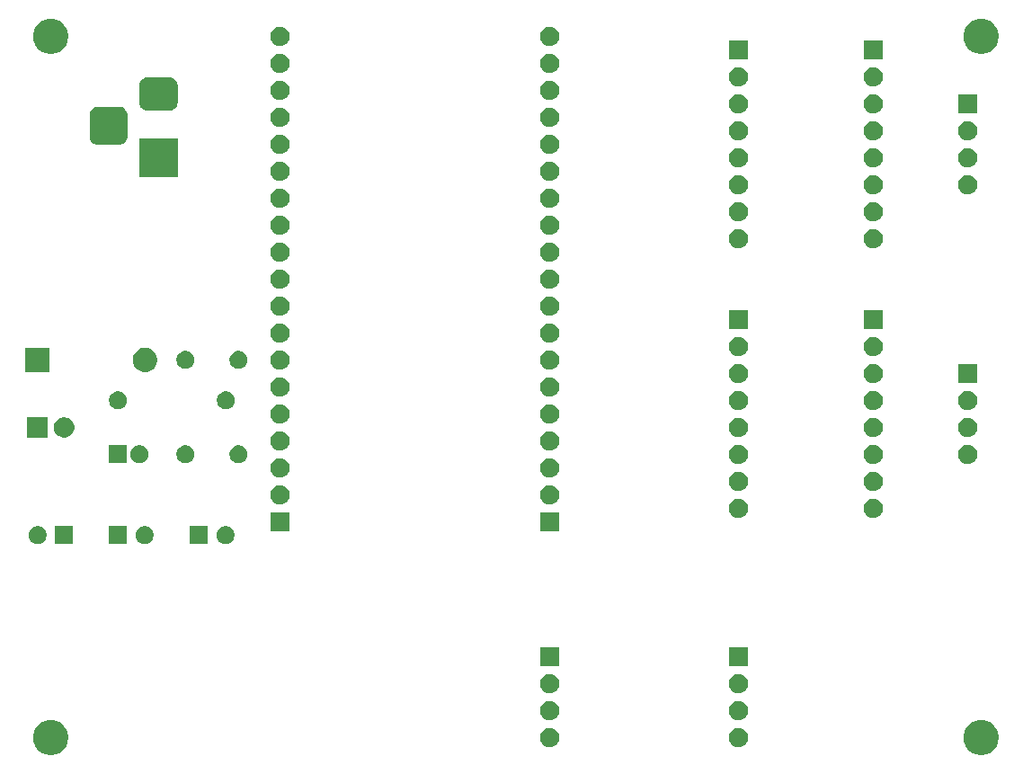
<source format=gbr>
G04 #@! TF.GenerationSoftware,KiCad,Pcbnew,5.1.6-c6e7f7d~86~ubuntu18.04.1*
G04 #@! TF.CreationDate,2020-06-15T20:43:44+01:00*
G04 #@! TF.ProjectId,placa_modular,706c6163-615f-46d6-9f64-756c61722e6b,V1.0*
G04 #@! TF.SameCoordinates,Original*
G04 #@! TF.FileFunction,Soldermask,Bot*
G04 #@! TF.FilePolarity,Negative*
%FSLAX46Y46*%
G04 Gerber Fmt 4.6, Leading zero omitted, Abs format (unit mm)*
G04 Created by KiCad (PCBNEW 5.1.6-c6e7f7d~86~ubuntu18.04.1) date 2020-06-15 20:43:44*
%MOMM*%
%LPD*%
G01*
G04 APERTURE LIST*
%ADD10C,0.100000*%
G04 APERTURE END LIST*
D10*
G36*
X199765256Y-116501298D02*
G01*
X199871579Y-116522447D01*
X200172042Y-116646903D01*
X200442451Y-116827585D01*
X200672415Y-117057549D01*
X200853097Y-117327958D01*
X200939125Y-117535647D01*
X200977553Y-117628422D01*
X201041000Y-117947389D01*
X201041000Y-118272611D01*
X200998702Y-118485256D01*
X200977553Y-118591579D01*
X200853097Y-118892042D01*
X200672415Y-119162451D01*
X200442451Y-119392415D01*
X200172042Y-119573097D01*
X199871579Y-119697553D01*
X199765256Y-119718702D01*
X199552611Y-119761000D01*
X199227389Y-119761000D01*
X199014744Y-119718702D01*
X198908421Y-119697553D01*
X198607958Y-119573097D01*
X198337549Y-119392415D01*
X198107585Y-119162451D01*
X197926903Y-118892042D01*
X197802447Y-118591579D01*
X197781298Y-118485256D01*
X197739000Y-118272611D01*
X197739000Y-117947389D01*
X197802447Y-117628422D01*
X197840876Y-117535647D01*
X197926903Y-117327958D01*
X198107585Y-117057549D01*
X198337549Y-116827585D01*
X198607958Y-116646903D01*
X198908421Y-116522447D01*
X199014744Y-116501298D01*
X199227389Y-116459000D01*
X199552611Y-116459000D01*
X199765256Y-116501298D01*
G37*
G36*
X112135256Y-116501298D02*
G01*
X112241579Y-116522447D01*
X112542042Y-116646903D01*
X112812451Y-116827585D01*
X113042415Y-117057549D01*
X113223097Y-117327958D01*
X113309125Y-117535647D01*
X113347553Y-117628422D01*
X113411000Y-117947389D01*
X113411000Y-118272611D01*
X113368702Y-118485256D01*
X113347553Y-118591579D01*
X113223097Y-118892042D01*
X113042415Y-119162451D01*
X112812451Y-119392415D01*
X112542042Y-119573097D01*
X112241579Y-119697553D01*
X112135256Y-119718702D01*
X111922611Y-119761000D01*
X111597389Y-119761000D01*
X111384744Y-119718702D01*
X111278421Y-119697553D01*
X110977958Y-119573097D01*
X110707549Y-119392415D01*
X110477585Y-119162451D01*
X110296903Y-118892042D01*
X110172447Y-118591579D01*
X110151298Y-118485256D01*
X110109000Y-118272611D01*
X110109000Y-117947389D01*
X110172447Y-117628422D01*
X110210876Y-117535647D01*
X110296903Y-117327958D01*
X110477585Y-117057549D01*
X110707549Y-116827585D01*
X110977958Y-116646903D01*
X111278421Y-116522447D01*
X111384744Y-116501298D01*
X111597389Y-116459000D01*
X111922611Y-116459000D01*
X112135256Y-116501298D01*
G37*
G36*
X158863512Y-117213927D02*
G01*
X159012812Y-117243624D01*
X159176784Y-117311544D01*
X159324354Y-117410147D01*
X159449853Y-117535646D01*
X159548456Y-117683216D01*
X159616376Y-117847188D01*
X159651000Y-118021259D01*
X159651000Y-118198741D01*
X159616376Y-118372812D01*
X159548456Y-118536784D01*
X159449853Y-118684354D01*
X159324354Y-118809853D01*
X159176784Y-118908456D01*
X159012812Y-118976376D01*
X158863512Y-119006073D01*
X158838742Y-119011000D01*
X158661258Y-119011000D01*
X158636488Y-119006073D01*
X158487188Y-118976376D01*
X158323216Y-118908456D01*
X158175646Y-118809853D01*
X158050147Y-118684354D01*
X157951544Y-118536784D01*
X157883624Y-118372812D01*
X157849000Y-118198741D01*
X157849000Y-118021259D01*
X157883624Y-117847188D01*
X157951544Y-117683216D01*
X158050147Y-117535646D01*
X158175646Y-117410147D01*
X158323216Y-117311544D01*
X158487188Y-117243624D01*
X158636488Y-117213927D01*
X158661258Y-117209000D01*
X158838742Y-117209000D01*
X158863512Y-117213927D01*
G37*
G36*
X176643512Y-117213927D02*
G01*
X176792812Y-117243624D01*
X176956784Y-117311544D01*
X177104354Y-117410147D01*
X177229853Y-117535646D01*
X177328456Y-117683216D01*
X177396376Y-117847188D01*
X177431000Y-118021259D01*
X177431000Y-118198741D01*
X177396376Y-118372812D01*
X177328456Y-118536784D01*
X177229853Y-118684354D01*
X177104354Y-118809853D01*
X176956784Y-118908456D01*
X176792812Y-118976376D01*
X176643512Y-119006073D01*
X176618742Y-119011000D01*
X176441258Y-119011000D01*
X176416488Y-119006073D01*
X176267188Y-118976376D01*
X176103216Y-118908456D01*
X175955646Y-118809853D01*
X175830147Y-118684354D01*
X175731544Y-118536784D01*
X175663624Y-118372812D01*
X175629000Y-118198741D01*
X175629000Y-118021259D01*
X175663624Y-117847188D01*
X175731544Y-117683216D01*
X175830147Y-117535646D01*
X175955646Y-117410147D01*
X176103216Y-117311544D01*
X176267188Y-117243624D01*
X176416488Y-117213927D01*
X176441258Y-117209000D01*
X176618742Y-117209000D01*
X176643512Y-117213927D01*
G37*
G36*
X176643512Y-114673927D02*
G01*
X176792812Y-114703624D01*
X176956784Y-114771544D01*
X177104354Y-114870147D01*
X177229853Y-114995646D01*
X177328456Y-115143216D01*
X177396376Y-115307188D01*
X177431000Y-115481259D01*
X177431000Y-115658741D01*
X177396376Y-115832812D01*
X177328456Y-115996784D01*
X177229853Y-116144354D01*
X177104354Y-116269853D01*
X176956784Y-116368456D01*
X176792812Y-116436376D01*
X176643512Y-116466073D01*
X176618742Y-116471000D01*
X176441258Y-116471000D01*
X176416488Y-116466073D01*
X176267188Y-116436376D01*
X176103216Y-116368456D01*
X175955646Y-116269853D01*
X175830147Y-116144354D01*
X175731544Y-115996784D01*
X175663624Y-115832812D01*
X175629000Y-115658741D01*
X175629000Y-115481259D01*
X175663624Y-115307188D01*
X175731544Y-115143216D01*
X175830147Y-114995646D01*
X175955646Y-114870147D01*
X176103216Y-114771544D01*
X176267188Y-114703624D01*
X176416488Y-114673927D01*
X176441258Y-114669000D01*
X176618742Y-114669000D01*
X176643512Y-114673927D01*
G37*
G36*
X158863512Y-114673927D02*
G01*
X159012812Y-114703624D01*
X159176784Y-114771544D01*
X159324354Y-114870147D01*
X159449853Y-114995646D01*
X159548456Y-115143216D01*
X159616376Y-115307188D01*
X159651000Y-115481259D01*
X159651000Y-115658741D01*
X159616376Y-115832812D01*
X159548456Y-115996784D01*
X159449853Y-116144354D01*
X159324354Y-116269853D01*
X159176784Y-116368456D01*
X159012812Y-116436376D01*
X158863512Y-116466073D01*
X158838742Y-116471000D01*
X158661258Y-116471000D01*
X158636488Y-116466073D01*
X158487188Y-116436376D01*
X158323216Y-116368456D01*
X158175646Y-116269853D01*
X158050147Y-116144354D01*
X157951544Y-115996784D01*
X157883624Y-115832812D01*
X157849000Y-115658741D01*
X157849000Y-115481259D01*
X157883624Y-115307188D01*
X157951544Y-115143216D01*
X158050147Y-114995646D01*
X158175646Y-114870147D01*
X158323216Y-114771544D01*
X158487188Y-114703624D01*
X158636488Y-114673927D01*
X158661258Y-114669000D01*
X158838742Y-114669000D01*
X158863512Y-114673927D01*
G37*
G36*
X158863512Y-112133927D02*
G01*
X159012812Y-112163624D01*
X159176784Y-112231544D01*
X159324354Y-112330147D01*
X159449853Y-112455646D01*
X159548456Y-112603216D01*
X159616376Y-112767188D01*
X159651000Y-112941259D01*
X159651000Y-113118741D01*
X159616376Y-113292812D01*
X159548456Y-113456784D01*
X159449853Y-113604354D01*
X159324354Y-113729853D01*
X159176784Y-113828456D01*
X159012812Y-113896376D01*
X158863512Y-113926073D01*
X158838742Y-113931000D01*
X158661258Y-113931000D01*
X158636488Y-113926073D01*
X158487188Y-113896376D01*
X158323216Y-113828456D01*
X158175646Y-113729853D01*
X158050147Y-113604354D01*
X157951544Y-113456784D01*
X157883624Y-113292812D01*
X157849000Y-113118741D01*
X157849000Y-112941259D01*
X157883624Y-112767188D01*
X157951544Y-112603216D01*
X158050147Y-112455646D01*
X158175646Y-112330147D01*
X158323216Y-112231544D01*
X158487188Y-112163624D01*
X158636488Y-112133927D01*
X158661258Y-112129000D01*
X158838742Y-112129000D01*
X158863512Y-112133927D01*
G37*
G36*
X176643512Y-112133927D02*
G01*
X176792812Y-112163624D01*
X176956784Y-112231544D01*
X177104354Y-112330147D01*
X177229853Y-112455646D01*
X177328456Y-112603216D01*
X177396376Y-112767188D01*
X177431000Y-112941259D01*
X177431000Y-113118741D01*
X177396376Y-113292812D01*
X177328456Y-113456784D01*
X177229853Y-113604354D01*
X177104354Y-113729853D01*
X176956784Y-113828456D01*
X176792812Y-113896376D01*
X176643512Y-113926073D01*
X176618742Y-113931000D01*
X176441258Y-113931000D01*
X176416488Y-113926073D01*
X176267188Y-113896376D01*
X176103216Y-113828456D01*
X175955646Y-113729853D01*
X175830147Y-113604354D01*
X175731544Y-113456784D01*
X175663624Y-113292812D01*
X175629000Y-113118741D01*
X175629000Y-112941259D01*
X175663624Y-112767188D01*
X175731544Y-112603216D01*
X175830147Y-112455646D01*
X175955646Y-112330147D01*
X176103216Y-112231544D01*
X176267188Y-112163624D01*
X176416488Y-112133927D01*
X176441258Y-112129000D01*
X176618742Y-112129000D01*
X176643512Y-112133927D01*
G37*
G36*
X159651000Y-111391000D02*
G01*
X157849000Y-111391000D01*
X157849000Y-109589000D01*
X159651000Y-109589000D01*
X159651000Y-111391000D01*
G37*
G36*
X177431000Y-111391000D02*
G01*
X175629000Y-111391000D01*
X175629000Y-109589000D01*
X177431000Y-109589000D01*
X177431000Y-111391000D01*
G37*
G36*
X110778228Y-98241703D02*
G01*
X110933100Y-98305853D01*
X111072481Y-98398985D01*
X111191015Y-98517519D01*
X111284147Y-98656900D01*
X111348297Y-98811772D01*
X111381000Y-98976184D01*
X111381000Y-99143816D01*
X111348297Y-99308228D01*
X111284147Y-99463100D01*
X111191015Y-99602481D01*
X111072481Y-99721015D01*
X110933100Y-99814147D01*
X110778228Y-99878297D01*
X110613816Y-99911000D01*
X110446184Y-99911000D01*
X110281772Y-99878297D01*
X110126900Y-99814147D01*
X109987519Y-99721015D01*
X109868985Y-99602481D01*
X109775853Y-99463100D01*
X109711703Y-99308228D01*
X109679000Y-99143816D01*
X109679000Y-98976184D01*
X109711703Y-98811772D01*
X109775853Y-98656900D01*
X109868985Y-98517519D01*
X109987519Y-98398985D01*
X110126900Y-98305853D01*
X110281772Y-98241703D01*
X110446184Y-98209000D01*
X110613816Y-98209000D01*
X110778228Y-98241703D01*
G37*
G36*
X128478228Y-98241703D02*
G01*
X128633100Y-98305853D01*
X128772481Y-98398985D01*
X128891015Y-98517519D01*
X128984147Y-98656900D01*
X129048297Y-98811772D01*
X129081000Y-98976184D01*
X129081000Y-99143816D01*
X129048297Y-99308228D01*
X128984147Y-99463100D01*
X128891015Y-99602481D01*
X128772481Y-99721015D01*
X128633100Y-99814147D01*
X128478228Y-99878297D01*
X128313816Y-99911000D01*
X128146184Y-99911000D01*
X127981772Y-99878297D01*
X127826900Y-99814147D01*
X127687519Y-99721015D01*
X127568985Y-99602481D01*
X127475853Y-99463100D01*
X127411703Y-99308228D01*
X127379000Y-99143816D01*
X127379000Y-98976184D01*
X127411703Y-98811772D01*
X127475853Y-98656900D01*
X127568985Y-98517519D01*
X127687519Y-98398985D01*
X127826900Y-98305853D01*
X127981772Y-98241703D01*
X128146184Y-98209000D01*
X128313816Y-98209000D01*
X128478228Y-98241703D01*
G37*
G36*
X126581000Y-99911000D02*
G01*
X124879000Y-99911000D01*
X124879000Y-98209000D01*
X126581000Y-98209000D01*
X126581000Y-99911000D01*
G37*
G36*
X118961000Y-99911000D02*
G01*
X117259000Y-99911000D01*
X117259000Y-98209000D01*
X118961000Y-98209000D01*
X118961000Y-99911000D01*
G37*
G36*
X120858228Y-98241703D02*
G01*
X121013100Y-98305853D01*
X121152481Y-98398985D01*
X121271015Y-98517519D01*
X121364147Y-98656900D01*
X121428297Y-98811772D01*
X121461000Y-98976184D01*
X121461000Y-99143816D01*
X121428297Y-99308228D01*
X121364147Y-99463100D01*
X121271015Y-99602481D01*
X121152481Y-99721015D01*
X121013100Y-99814147D01*
X120858228Y-99878297D01*
X120693816Y-99911000D01*
X120526184Y-99911000D01*
X120361772Y-99878297D01*
X120206900Y-99814147D01*
X120067519Y-99721015D01*
X119948985Y-99602481D01*
X119855853Y-99463100D01*
X119791703Y-99308228D01*
X119759000Y-99143816D01*
X119759000Y-98976184D01*
X119791703Y-98811772D01*
X119855853Y-98656900D01*
X119948985Y-98517519D01*
X120067519Y-98398985D01*
X120206900Y-98305853D01*
X120361772Y-98241703D01*
X120526184Y-98209000D01*
X120693816Y-98209000D01*
X120858228Y-98241703D01*
G37*
G36*
X113881000Y-99911000D02*
G01*
X112179000Y-99911000D01*
X112179000Y-98209000D01*
X113881000Y-98209000D01*
X113881000Y-99911000D01*
G37*
G36*
X134251000Y-98691000D02*
G01*
X132449000Y-98691000D01*
X132449000Y-96889000D01*
X134251000Y-96889000D01*
X134251000Y-98691000D01*
G37*
G36*
X159651000Y-98691000D02*
G01*
X157849000Y-98691000D01*
X157849000Y-96889000D01*
X159651000Y-96889000D01*
X159651000Y-98691000D01*
G37*
G36*
X176643512Y-95623927D02*
G01*
X176792812Y-95653624D01*
X176956784Y-95721544D01*
X177104354Y-95820147D01*
X177229853Y-95945646D01*
X177328456Y-96093216D01*
X177396376Y-96257188D01*
X177431000Y-96431259D01*
X177431000Y-96608741D01*
X177396376Y-96782812D01*
X177328456Y-96946784D01*
X177229853Y-97094354D01*
X177104354Y-97219853D01*
X176956784Y-97318456D01*
X176792812Y-97386376D01*
X176643512Y-97416073D01*
X176618742Y-97421000D01*
X176441258Y-97421000D01*
X176416488Y-97416073D01*
X176267188Y-97386376D01*
X176103216Y-97318456D01*
X175955646Y-97219853D01*
X175830147Y-97094354D01*
X175731544Y-96946784D01*
X175663624Y-96782812D01*
X175629000Y-96608741D01*
X175629000Y-96431259D01*
X175663624Y-96257188D01*
X175731544Y-96093216D01*
X175830147Y-95945646D01*
X175955646Y-95820147D01*
X176103216Y-95721544D01*
X176267188Y-95653624D01*
X176416488Y-95623927D01*
X176441258Y-95619000D01*
X176618742Y-95619000D01*
X176643512Y-95623927D01*
G37*
G36*
X189343512Y-95623927D02*
G01*
X189492812Y-95653624D01*
X189656784Y-95721544D01*
X189804354Y-95820147D01*
X189929853Y-95945646D01*
X190028456Y-96093216D01*
X190096376Y-96257188D01*
X190131000Y-96431259D01*
X190131000Y-96608741D01*
X190096376Y-96782812D01*
X190028456Y-96946784D01*
X189929853Y-97094354D01*
X189804354Y-97219853D01*
X189656784Y-97318456D01*
X189492812Y-97386376D01*
X189343512Y-97416073D01*
X189318742Y-97421000D01*
X189141258Y-97421000D01*
X189116488Y-97416073D01*
X188967188Y-97386376D01*
X188803216Y-97318456D01*
X188655646Y-97219853D01*
X188530147Y-97094354D01*
X188431544Y-96946784D01*
X188363624Y-96782812D01*
X188329000Y-96608741D01*
X188329000Y-96431259D01*
X188363624Y-96257188D01*
X188431544Y-96093216D01*
X188530147Y-95945646D01*
X188655646Y-95820147D01*
X188803216Y-95721544D01*
X188967188Y-95653624D01*
X189116488Y-95623927D01*
X189141258Y-95619000D01*
X189318742Y-95619000D01*
X189343512Y-95623927D01*
G37*
G36*
X133463512Y-94353927D02*
G01*
X133612812Y-94383624D01*
X133776784Y-94451544D01*
X133924354Y-94550147D01*
X134049853Y-94675646D01*
X134148456Y-94823216D01*
X134216376Y-94987188D01*
X134251000Y-95161259D01*
X134251000Y-95338741D01*
X134216376Y-95512812D01*
X134148456Y-95676784D01*
X134049853Y-95824354D01*
X133924354Y-95949853D01*
X133776784Y-96048456D01*
X133612812Y-96116376D01*
X133463512Y-96146073D01*
X133438742Y-96151000D01*
X133261258Y-96151000D01*
X133236488Y-96146073D01*
X133087188Y-96116376D01*
X132923216Y-96048456D01*
X132775646Y-95949853D01*
X132650147Y-95824354D01*
X132551544Y-95676784D01*
X132483624Y-95512812D01*
X132449000Y-95338741D01*
X132449000Y-95161259D01*
X132483624Y-94987188D01*
X132551544Y-94823216D01*
X132650147Y-94675646D01*
X132775646Y-94550147D01*
X132923216Y-94451544D01*
X133087188Y-94383624D01*
X133236488Y-94353927D01*
X133261258Y-94349000D01*
X133438742Y-94349000D01*
X133463512Y-94353927D01*
G37*
G36*
X158863512Y-94353927D02*
G01*
X159012812Y-94383624D01*
X159176784Y-94451544D01*
X159324354Y-94550147D01*
X159449853Y-94675646D01*
X159548456Y-94823216D01*
X159616376Y-94987188D01*
X159651000Y-95161259D01*
X159651000Y-95338741D01*
X159616376Y-95512812D01*
X159548456Y-95676784D01*
X159449853Y-95824354D01*
X159324354Y-95949853D01*
X159176784Y-96048456D01*
X159012812Y-96116376D01*
X158863512Y-96146073D01*
X158838742Y-96151000D01*
X158661258Y-96151000D01*
X158636488Y-96146073D01*
X158487188Y-96116376D01*
X158323216Y-96048456D01*
X158175646Y-95949853D01*
X158050147Y-95824354D01*
X157951544Y-95676784D01*
X157883624Y-95512812D01*
X157849000Y-95338741D01*
X157849000Y-95161259D01*
X157883624Y-94987188D01*
X157951544Y-94823216D01*
X158050147Y-94675646D01*
X158175646Y-94550147D01*
X158323216Y-94451544D01*
X158487188Y-94383624D01*
X158636488Y-94353927D01*
X158661258Y-94349000D01*
X158838742Y-94349000D01*
X158863512Y-94353927D01*
G37*
G36*
X176643512Y-93083927D02*
G01*
X176792812Y-93113624D01*
X176956784Y-93181544D01*
X177104354Y-93280147D01*
X177229853Y-93405646D01*
X177328456Y-93553216D01*
X177396376Y-93717188D01*
X177431000Y-93891259D01*
X177431000Y-94068741D01*
X177396376Y-94242812D01*
X177328456Y-94406784D01*
X177229853Y-94554354D01*
X177104354Y-94679853D01*
X176956784Y-94778456D01*
X176792812Y-94846376D01*
X176643512Y-94876073D01*
X176618742Y-94881000D01*
X176441258Y-94881000D01*
X176416488Y-94876073D01*
X176267188Y-94846376D01*
X176103216Y-94778456D01*
X175955646Y-94679853D01*
X175830147Y-94554354D01*
X175731544Y-94406784D01*
X175663624Y-94242812D01*
X175629000Y-94068741D01*
X175629000Y-93891259D01*
X175663624Y-93717188D01*
X175731544Y-93553216D01*
X175830147Y-93405646D01*
X175955646Y-93280147D01*
X176103216Y-93181544D01*
X176267188Y-93113624D01*
X176416488Y-93083927D01*
X176441258Y-93079000D01*
X176618742Y-93079000D01*
X176643512Y-93083927D01*
G37*
G36*
X189343512Y-93083927D02*
G01*
X189492812Y-93113624D01*
X189656784Y-93181544D01*
X189804354Y-93280147D01*
X189929853Y-93405646D01*
X190028456Y-93553216D01*
X190096376Y-93717188D01*
X190131000Y-93891259D01*
X190131000Y-94068741D01*
X190096376Y-94242812D01*
X190028456Y-94406784D01*
X189929853Y-94554354D01*
X189804354Y-94679853D01*
X189656784Y-94778456D01*
X189492812Y-94846376D01*
X189343512Y-94876073D01*
X189318742Y-94881000D01*
X189141258Y-94881000D01*
X189116488Y-94876073D01*
X188967188Y-94846376D01*
X188803216Y-94778456D01*
X188655646Y-94679853D01*
X188530147Y-94554354D01*
X188431544Y-94406784D01*
X188363624Y-94242812D01*
X188329000Y-94068741D01*
X188329000Y-93891259D01*
X188363624Y-93717188D01*
X188431544Y-93553216D01*
X188530147Y-93405646D01*
X188655646Y-93280147D01*
X188803216Y-93181544D01*
X188967188Y-93113624D01*
X189116488Y-93083927D01*
X189141258Y-93079000D01*
X189318742Y-93079000D01*
X189343512Y-93083927D01*
G37*
G36*
X133463512Y-91813927D02*
G01*
X133612812Y-91843624D01*
X133776784Y-91911544D01*
X133924354Y-92010147D01*
X134049853Y-92135646D01*
X134148456Y-92283216D01*
X134216376Y-92447188D01*
X134251000Y-92621259D01*
X134251000Y-92798741D01*
X134216376Y-92972812D01*
X134148456Y-93136784D01*
X134049853Y-93284354D01*
X133924354Y-93409853D01*
X133776784Y-93508456D01*
X133612812Y-93576376D01*
X133463512Y-93606073D01*
X133438742Y-93611000D01*
X133261258Y-93611000D01*
X133236488Y-93606073D01*
X133087188Y-93576376D01*
X132923216Y-93508456D01*
X132775646Y-93409853D01*
X132650147Y-93284354D01*
X132551544Y-93136784D01*
X132483624Y-92972812D01*
X132449000Y-92798741D01*
X132449000Y-92621259D01*
X132483624Y-92447188D01*
X132551544Y-92283216D01*
X132650147Y-92135646D01*
X132775646Y-92010147D01*
X132923216Y-91911544D01*
X133087188Y-91843624D01*
X133236488Y-91813927D01*
X133261258Y-91809000D01*
X133438742Y-91809000D01*
X133463512Y-91813927D01*
G37*
G36*
X158863512Y-91813927D02*
G01*
X159012812Y-91843624D01*
X159176784Y-91911544D01*
X159324354Y-92010147D01*
X159449853Y-92135646D01*
X159548456Y-92283216D01*
X159616376Y-92447188D01*
X159651000Y-92621259D01*
X159651000Y-92798741D01*
X159616376Y-92972812D01*
X159548456Y-93136784D01*
X159449853Y-93284354D01*
X159324354Y-93409853D01*
X159176784Y-93508456D01*
X159012812Y-93576376D01*
X158863512Y-93606073D01*
X158838742Y-93611000D01*
X158661258Y-93611000D01*
X158636488Y-93606073D01*
X158487188Y-93576376D01*
X158323216Y-93508456D01*
X158175646Y-93409853D01*
X158050147Y-93284354D01*
X157951544Y-93136784D01*
X157883624Y-92972812D01*
X157849000Y-92798741D01*
X157849000Y-92621259D01*
X157883624Y-92447188D01*
X157951544Y-92283216D01*
X158050147Y-92135646D01*
X158175646Y-92010147D01*
X158323216Y-91911544D01*
X158487188Y-91843624D01*
X158636488Y-91813927D01*
X158661258Y-91809000D01*
X158838742Y-91809000D01*
X158863512Y-91813927D01*
G37*
G36*
X176643512Y-90543927D02*
G01*
X176792812Y-90573624D01*
X176956784Y-90641544D01*
X177104354Y-90740147D01*
X177229853Y-90865646D01*
X177328456Y-91013216D01*
X177396376Y-91177188D01*
X177431000Y-91351259D01*
X177431000Y-91528741D01*
X177396376Y-91702812D01*
X177328456Y-91866784D01*
X177229853Y-92014354D01*
X177104354Y-92139853D01*
X176956784Y-92238456D01*
X176792812Y-92306376D01*
X176643512Y-92336073D01*
X176618742Y-92341000D01*
X176441258Y-92341000D01*
X176416488Y-92336073D01*
X176267188Y-92306376D01*
X176103216Y-92238456D01*
X175955646Y-92139853D01*
X175830147Y-92014354D01*
X175731544Y-91866784D01*
X175663624Y-91702812D01*
X175629000Y-91528741D01*
X175629000Y-91351259D01*
X175663624Y-91177188D01*
X175731544Y-91013216D01*
X175830147Y-90865646D01*
X175955646Y-90740147D01*
X176103216Y-90641544D01*
X176267188Y-90573624D01*
X176416488Y-90543927D01*
X176441258Y-90539000D01*
X176618742Y-90539000D01*
X176643512Y-90543927D01*
G37*
G36*
X189343512Y-90543927D02*
G01*
X189492812Y-90573624D01*
X189656784Y-90641544D01*
X189804354Y-90740147D01*
X189929853Y-90865646D01*
X190028456Y-91013216D01*
X190096376Y-91177188D01*
X190131000Y-91351259D01*
X190131000Y-91528741D01*
X190096376Y-91702812D01*
X190028456Y-91866784D01*
X189929853Y-92014354D01*
X189804354Y-92139853D01*
X189656784Y-92238456D01*
X189492812Y-92306376D01*
X189343512Y-92336073D01*
X189318742Y-92341000D01*
X189141258Y-92341000D01*
X189116488Y-92336073D01*
X188967188Y-92306376D01*
X188803216Y-92238456D01*
X188655646Y-92139853D01*
X188530147Y-92014354D01*
X188431544Y-91866784D01*
X188363624Y-91702812D01*
X188329000Y-91528741D01*
X188329000Y-91351259D01*
X188363624Y-91177188D01*
X188431544Y-91013216D01*
X188530147Y-90865646D01*
X188655646Y-90740147D01*
X188803216Y-90641544D01*
X188967188Y-90573624D01*
X189116488Y-90543927D01*
X189141258Y-90539000D01*
X189318742Y-90539000D01*
X189343512Y-90543927D01*
G37*
G36*
X198233512Y-90543927D02*
G01*
X198382812Y-90573624D01*
X198546784Y-90641544D01*
X198694354Y-90740147D01*
X198819853Y-90865646D01*
X198918456Y-91013216D01*
X198986376Y-91177188D01*
X199021000Y-91351259D01*
X199021000Y-91528741D01*
X198986376Y-91702812D01*
X198918456Y-91866784D01*
X198819853Y-92014354D01*
X198694354Y-92139853D01*
X198546784Y-92238456D01*
X198382812Y-92306376D01*
X198233512Y-92336073D01*
X198208742Y-92341000D01*
X198031258Y-92341000D01*
X198006488Y-92336073D01*
X197857188Y-92306376D01*
X197693216Y-92238456D01*
X197545646Y-92139853D01*
X197420147Y-92014354D01*
X197321544Y-91866784D01*
X197253624Y-91702812D01*
X197219000Y-91528741D01*
X197219000Y-91351259D01*
X197253624Y-91177188D01*
X197321544Y-91013216D01*
X197420147Y-90865646D01*
X197545646Y-90740147D01*
X197693216Y-90641544D01*
X197857188Y-90573624D01*
X198006488Y-90543927D01*
X198031258Y-90539000D01*
X198208742Y-90539000D01*
X198233512Y-90543927D01*
G37*
G36*
X118961000Y-92291000D02*
G01*
X117259000Y-92291000D01*
X117259000Y-90589000D01*
X118961000Y-90589000D01*
X118961000Y-92291000D01*
G37*
G36*
X120358228Y-90621703D02*
G01*
X120513100Y-90685853D01*
X120652481Y-90778985D01*
X120771015Y-90897519D01*
X120864147Y-91036900D01*
X120928297Y-91191772D01*
X120961000Y-91356184D01*
X120961000Y-91523816D01*
X120928297Y-91688228D01*
X120864147Y-91843100D01*
X120771015Y-91982481D01*
X120652481Y-92101015D01*
X120513100Y-92194147D01*
X120358228Y-92258297D01*
X120193816Y-92291000D01*
X120026184Y-92291000D01*
X119861772Y-92258297D01*
X119706900Y-92194147D01*
X119567519Y-92101015D01*
X119448985Y-91982481D01*
X119355853Y-91843100D01*
X119291703Y-91688228D01*
X119259000Y-91523816D01*
X119259000Y-91356184D01*
X119291703Y-91191772D01*
X119355853Y-91036900D01*
X119448985Y-90897519D01*
X119567519Y-90778985D01*
X119706900Y-90685853D01*
X119861772Y-90621703D01*
X120026184Y-90589000D01*
X120193816Y-90589000D01*
X120358228Y-90621703D01*
G37*
G36*
X129708228Y-90621703D02*
G01*
X129863100Y-90685853D01*
X130002481Y-90778985D01*
X130121015Y-90897519D01*
X130214147Y-91036900D01*
X130278297Y-91191772D01*
X130311000Y-91356184D01*
X130311000Y-91523816D01*
X130278297Y-91688228D01*
X130214147Y-91843100D01*
X130121015Y-91982481D01*
X130002481Y-92101015D01*
X129863100Y-92194147D01*
X129708228Y-92258297D01*
X129543816Y-92291000D01*
X129376184Y-92291000D01*
X129211772Y-92258297D01*
X129056900Y-92194147D01*
X128917519Y-92101015D01*
X128798985Y-91982481D01*
X128705853Y-91843100D01*
X128641703Y-91688228D01*
X128609000Y-91523816D01*
X128609000Y-91356184D01*
X128641703Y-91191772D01*
X128705853Y-91036900D01*
X128798985Y-90897519D01*
X128917519Y-90778985D01*
X129056900Y-90685853D01*
X129211772Y-90621703D01*
X129376184Y-90589000D01*
X129543816Y-90589000D01*
X129708228Y-90621703D01*
G37*
G36*
X124708228Y-90621703D02*
G01*
X124863100Y-90685853D01*
X125002481Y-90778985D01*
X125121015Y-90897519D01*
X125214147Y-91036900D01*
X125278297Y-91191772D01*
X125311000Y-91356184D01*
X125311000Y-91523816D01*
X125278297Y-91688228D01*
X125214147Y-91843100D01*
X125121015Y-91982481D01*
X125002481Y-92101015D01*
X124863100Y-92194147D01*
X124708228Y-92258297D01*
X124543816Y-92291000D01*
X124376184Y-92291000D01*
X124211772Y-92258297D01*
X124056900Y-92194147D01*
X123917519Y-92101015D01*
X123798985Y-91982481D01*
X123705853Y-91843100D01*
X123641703Y-91688228D01*
X123609000Y-91523816D01*
X123609000Y-91356184D01*
X123641703Y-91191772D01*
X123705853Y-91036900D01*
X123798985Y-90897519D01*
X123917519Y-90778985D01*
X124056900Y-90685853D01*
X124211772Y-90621703D01*
X124376184Y-90589000D01*
X124543816Y-90589000D01*
X124708228Y-90621703D01*
G37*
G36*
X158863512Y-89273927D02*
G01*
X159012812Y-89303624D01*
X159176784Y-89371544D01*
X159324354Y-89470147D01*
X159449853Y-89595646D01*
X159548456Y-89743216D01*
X159616376Y-89907188D01*
X159651000Y-90081259D01*
X159651000Y-90258741D01*
X159616376Y-90432812D01*
X159548456Y-90596784D01*
X159449853Y-90744354D01*
X159324354Y-90869853D01*
X159176784Y-90968456D01*
X159012812Y-91036376D01*
X158863512Y-91066073D01*
X158838742Y-91071000D01*
X158661258Y-91071000D01*
X158636488Y-91066073D01*
X158487188Y-91036376D01*
X158323216Y-90968456D01*
X158175646Y-90869853D01*
X158050147Y-90744354D01*
X157951544Y-90596784D01*
X157883624Y-90432812D01*
X157849000Y-90258741D01*
X157849000Y-90081259D01*
X157883624Y-89907188D01*
X157951544Y-89743216D01*
X158050147Y-89595646D01*
X158175646Y-89470147D01*
X158323216Y-89371544D01*
X158487188Y-89303624D01*
X158636488Y-89273927D01*
X158661258Y-89269000D01*
X158838742Y-89269000D01*
X158863512Y-89273927D01*
G37*
G36*
X133463512Y-89273927D02*
G01*
X133612812Y-89303624D01*
X133776784Y-89371544D01*
X133924354Y-89470147D01*
X134049853Y-89595646D01*
X134148456Y-89743216D01*
X134216376Y-89907188D01*
X134251000Y-90081259D01*
X134251000Y-90258741D01*
X134216376Y-90432812D01*
X134148456Y-90596784D01*
X134049853Y-90744354D01*
X133924354Y-90869853D01*
X133776784Y-90968456D01*
X133612812Y-91036376D01*
X133463512Y-91066073D01*
X133438742Y-91071000D01*
X133261258Y-91071000D01*
X133236488Y-91066073D01*
X133087188Y-91036376D01*
X132923216Y-90968456D01*
X132775646Y-90869853D01*
X132650147Y-90744354D01*
X132551544Y-90596784D01*
X132483624Y-90432812D01*
X132449000Y-90258741D01*
X132449000Y-90081259D01*
X132483624Y-89907188D01*
X132551544Y-89743216D01*
X132650147Y-89595646D01*
X132775646Y-89470147D01*
X132923216Y-89371544D01*
X133087188Y-89303624D01*
X133236488Y-89273927D01*
X133261258Y-89269000D01*
X133438742Y-89269000D01*
X133463512Y-89273927D01*
G37*
G36*
X111441000Y-89851000D02*
G01*
X109539000Y-89851000D01*
X109539000Y-87949000D01*
X111441000Y-87949000D01*
X111441000Y-89851000D01*
G37*
G36*
X113307395Y-87985546D02*
G01*
X113480466Y-88057234D01*
X113480467Y-88057235D01*
X113636227Y-88161310D01*
X113768690Y-88293773D01*
X113768691Y-88293775D01*
X113872766Y-88449534D01*
X113944454Y-88622605D01*
X113981000Y-88806333D01*
X113981000Y-88993667D01*
X113944454Y-89177395D01*
X113872766Y-89350466D01*
X113872765Y-89350467D01*
X113768690Y-89506227D01*
X113636227Y-89638690D01*
X113557818Y-89691081D01*
X113480466Y-89742766D01*
X113307395Y-89814454D01*
X113123667Y-89851000D01*
X112936333Y-89851000D01*
X112752605Y-89814454D01*
X112579534Y-89742766D01*
X112502182Y-89691081D01*
X112423773Y-89638690D01*
X112291310Y-89506227D01*
X112187235Y-89350467D01*
X112187234Y-89350466D01*
X112115546Y-89177395D01*
X112079000Y-88993667D01*
X112079000Y-88806333D01*
X112115546Y-88622605D01*
X112187234Y-88449534D01*
X112291309Y-88293775D01*
X112291310Y-88293773D01*
X112423773Y-88161310D01*
X112579533Y-88057235D01*
X112579534Y-88057234D01*
X112752605Y-87985546D01*
X112936333Y-87949000D01*
X113123667Y-87949000D01*
X113307395Y-87985546D01*
G37*
G36*
X198233512Y-88003927D02*
G01*
X198382812Y-88033624D01*
X198546784Y-88101544D01*
X198694354Y-88200147D01*
X198819853Y-88325646D01*
X198918456Y-88473216D01*
X198986376Y-88637188D01*
X199021000Y-88811259D01*
X199021000Y-88988741D01*
X198986376Y-89162812D01*
X198918456Y-89326784D01*
X198819853Y-89474354D01*
X198694354Y-89599853D01*
X198546784Y-89698456D01*
X198382812Y-89766376D01*
X198233512Y-89796073D01*
X198208742Y-89801000D01*
X198031258Y-89801000D01*
X198006488Y-89796073D01*
X197857188Y-89766376D01*
X197693216Y-89698456D01*
X197545646Y-89599853D01*
X197420147Y-89474354D01*
X197321544Y-89326784D01*
X197253624Y-89162812D01*
X197219000Y-88988741D01*
X197219000Y-88811259D01*
X197253624Y-88637188D01*
X197321544Y-88473216D01*
X197420147Y-88325646D01*
X197545646Y-88200147D01*
X197693216Y-88101544D01*
X197857188Y-88033624D01*
X198006488Y-88003927D01*
X198031258Y-87999000D01*
X198208742Y-87999000D01*
X198233512Y-88003927D01*
G37*
G36*
X176643512Y-88003927D02*
G01*
X176792812Y-88033624D01*
X176956784Y-88101544D01*
X177104354Y-88200147D01*
X177229853Y-88325646D01*
X177328456Y-88473216D01*
X177396376Y-88637188D01*
X177431000Y-88811259D01*
X177431000Y-88988741D01*
X177396376Y-89162812D01*
X177328456Y-89326784D01*
X177229853Y-89474354D01*
X177104354Y-89599853D01*
X176956784Y-89698456D01*
X176792812Y-89766376D01*
X176643512Y-89796073D01*
X176618742Y-89801000D01*
X176441258Y-89801000D01*
X176416488Y-89796073D01*
X176267188Y-89766376D01*
X176103216Y-89698456D01*
X175955646Y-89599853D01*
X175830147Y-89474354D01*
X175731544Y-89326784D01*
X175663624Y-89162812D01*
X175629000Y-88988741D01*
X175629000Y-88811259D01*
X175663624Y-88637188D01*
X175731544Y-88473216D01*
X175830147Y-88325646D01*
X175955646Y-88200147D01*
X176103216Y-88101544D01*
X176267188Y-88033624D01*
X176416488Y-88003927D01*
X176441258Y-87999000D01*
X176618742Y-87999000D01*
X176643512Y-88003927D01*
G37*
G36*
X189343512Y-88003927D02*
G01*
X189492812Y-88033624D01*
X189656784Y-88101544D01*
X189804354Y-88200147D01*
X189929853Y-88325646D01*
X190028456Y-88473216D01*
X190096376Y-88637188D01*
X190131000Y-88811259D01*
X190131000Y-88988741D01*
X190096376Y-89162812D01*
X190028456Y-89326784D01*
X189929853Y-89474354D01*
X189804354Y-89599853D01*
X189656784Y-89698456D01*
X189492812Y-89766376D01*
X189343512Y-89796073D01*
X189318742Y-89801000D01*
X189141258Y-89801000D01*
X189116488Y-89796073D01*
X188967188Y-89766376D01*
X188803216Y-89698456D01*
X188655646Y-89599853D01*
X188530147Y-89474354D01*
X188431544Y-89326784D01*
X188363624Y-89162812D01*
X188329000Y-88988741D01*
X188329000Y-88811259D01*
X188363624Y-88637188D01*
X188431544Y-88473216D01*
X188530147Y-88325646D01*
X188655646Y-88200147D01*
X188803216Y-88101544D01*
X188967188Y-88033624D01*
X189116488Y-88003927D01*
X189141258Y-87999000D01*
X189318742Y-87999000D01*
X189343512Y-88003927D01*
G37*
G36*
X133463512Y-86733927D02*
G01*
X133612812Y-86763624D01*
X133776784Y-86831544D01*
X133924354Y-86930147D01*
X134049853Y-87055646D01*
X134148456Y-87203216D01*
X134216376Y-87367188D01*
X134251000Y-87541259D01*
X134251000Y-87718741D01*
X134216376Y-87892812D01*
X134148456Y-88056784D01*
X134049853Y-88204354D01*
X133924354Y-88329853D01*
X133776784Y-88428456D01*
X133612812Y-88496376D01*
X133463512Y-88526073D01*
X133438742Y-88531000D01*
X133261258Y-88531000D01*
X133236488Y-88526073D01*
X133087188Y-88496376D01*
X132923216Y-88428456D01*
X132775646Y-88329853D01*
X132650147Y-88204354D01*
X132551544Y-88056784D01*
X132483624Y-87892812D01*
X132449000Y-87718741D01*
X132449000Y-87541259D01*
X132483624Y-87367188D01*
X132551544Y-87203216D01*
X132650147Y-87055646D01*
X132775646Y-86930147D01*
X132923216Y-86831544D01*
X133087188Y-86763624D01*
X133236488Y-86733927D01*
X133261258Y-86729000D01*
X133438742Y-86729000D01*
X133463512Y-86733927D01*
G37*
G36*
X158863512Y-86733927D02*
G01*
X159012812Y-86763624D01*
X159176784Y-86831544D01*
X159324354Y-86930147D01*
X159449853Y-87055646D01*
X159548456Y-87203216D01*
X159616376Y-87367188D01*
X159651000Y-87541259D01*
X159651000Y-87718741D01*
X159616376Y-87892812D01*
X159548456Y-88056784D01*
X159449853Y-88204354D01*
X159324354Y-88329853D01*
X159176784Y-88428456D01*
X159012812Y-88496376D01*
X158863512Y-88526073D01*
X158838742Y-88531000D01*
X158661258Y-88531000D01*
X158636488Y-88526073D01*
X158487188Y-88496376D01*
X158323216Y-88428456D01*
X158175646Y-88329853D01*
X158050147Y-88204354D01*
X157951544Y-88056784D01*
X157883624Y-87892812D01*
X157849000Y-87718741D01*
X157849000Y-87541259D01*
X157883624Y-87367188D01*
X157951544Y-87203216D01*
X158050147Y-87055646D01*
X158175646Y-86930147D01*
X158323216Y-86831544D01*
X158487188Y-86763624D01*
X158636488Y-86733927D01*
X158661258Y-86729000D01*
X158838742Y-86729000D01*
X158863512Y-86733927D01*
G37*
G36*
X176643512Y-85463927D02*
G01*
X176792812Y-85493624D01*
X176956784Y-85561544D01*
X177104354Y-85660147D01*
X177229853Y-85785646D01*
X177328456Y-85933216D01*
X177396376Y-86097188D01*
X177431000Y-86271259D01*
X177431000Y-86448741D01*
X177396376Y-86622812D01*
X177328456Y-86786784D01*
X177229853Y-86934354D01*
X177104354Y-87059853D01*
X176956784Y-87158456D01*
X176792812Y-87226376D01*
X176643512Y-87256073D01*
X176618742Y-87261000D01*
X176441258Y-87261000D01*
X176416488Y-87256073D01*
X176267188Y-87226376D01*
X176103216Y-87158456D01*
X175955646Y-87059853D01*
X175830147Y-86934354D01*
X175731544Y-86786784D01*
X175663624Y-86622812D01*
X175629000Y-86448741D01*
X175629000Y-86271259D01*
X175663624Y-86097188D01*
X175731544Y-85933216D01*
X175830147Y-85785646D01*
X175955646Y-85660147D01*
X176103216Y-85561544D01*
X176267188Y-85493624D01*
X176416488Y-85463927D01*
X176441258Y-85459000D01*
X176618742Y-85459000D01*
X176643512Y-85463927D01*
G37*
G36*
X189343512Y-85463927D02*
G01*
X189492812Y-85493624D01*
X189656784Y-85561544D01*
X189804354Y-85660147D01*
X189929853Y-85785646D01*
X190028456Y-85933216D01*
X190096376Y-86097188D01*
X190131000Y-86271259D01*
X190131000Y-86448741D01*
X190096376Y-86622812D01*
X190028456Y-86786784D01*
X189929853Y-86934354D01*
X189804354Y-87059853D01*
X189656784Y-87158456D01*
X189492812Y-87226376D01*
X189343512Y-87256073D01*
X189318742Y-87261000D01*
X189141258Y-87261000D01*
X189116488Y-87256073D01*
X188967188Y-87226376D01*
X188803216Y-87158456D01*
X188655646Y-87059853D01*
X188530147Y-86934354D01*
X188431544Y-86786784D01*
X188363624Y-86622812D01*
X188329000Y-86448741D01*
X188329000Y-86271259D01*
X188363624Y-86097188D01*
X188431544Y-85933216D01*
X188530147Y-85785646D01*
X188655646Y-85660147D01*
X188803216Y-85561544D01*
X188967188Y-85493624D01*
X189116488Y-85463927D01*
X189141258Y-85459000D01*
X189318742Y-85459000D01*
X189343512Y-85463927D01*
G37*
G36*
X198233512Y-85463927D02*
G01*
X198382812Y-85493624D01*
X198546784Y-85561544D01*
X198694354Y-85660147D01*
X198819853Y-85785646D01*
X198918456Y-85933216D01*
X198986376Y-86097188D01*
X199021000Y-86271259D01*
X199021000Y-86448741D01*
X198986376Y-86622812D01*
X198918456Y-86786784D01*
X198819853Y-86934354D01*
X198694354Y-87059853D01*
X198546784Y-87158456D01*
X198382812Y-87226376D01*
X198233512Y-87256073D01*
X198208742Y-87261000D01*
X198031258Y-87261000D01*
X198006488Y-87256073D01*
X197857188Y-87226376D01*
X197693216Y-87158456D01*
X197545646Y-87059853D01*
X197420147Y-86934354D01*
X197321544Y-86786784D01*
X197253624Y-86622812D01*
X197219000Y-86448741D01*
X197219000Y-86271259D01*
X197253624Y-86097188D01*
X197321544Y-85933216D01*
X197420147Y-85785646D01*
X197545646Y-85660147D01*
X197693216Y-85561544D01*
X197857188Y-85493624D01*
X198006488Y-85463927D01*
X198031258Y-85459000D01*
X198208742Y-85459000D01*
X198233512Y-85463927D01*
G37*
G36*
X128518228Y-85541703D02*
G01*
X128673100Y-85605853D01*
X128812481Y-85698985D01*
X128931015Y-85817519D01*
X129024147Y-85956900D01*
X129088297Y-86111772D01*
X129121000Y-86276184D01*
X129121000Y-86443816D01*
X129088297Y-86608228D01*
X129024147Y-86763100D01*
X128931015Y-86902481D01*
X128812481Y-87021015D01*
X128673100Y-87114147D01*
X128518228Y-87178297D01*
X128353816Y-87211000D01*
X128186184Y-87211000D01*
X128021772Y-87178297D01*
X127866900Y-87114147D01*
X127727519Y-87021015D01*
X127608985Y-86902481D01*
X127515853Y-86763100D01*
X127451703Y-86608228D01*
X127419000Y-86443816D01*
X127419000Y-86276184D01*
X127451703Y-86111772D01*
X127515853Y-85956900D01*
X127608985Y-85817519D01*
X127727519Y-85698985D01*
X127866900Y-85605853D01*
X128021772Y-85541703D01*
X128186184Y-85509000D01*
X128353816Y-85509000D01*
X128518228Y-85541703D01*
G37*
G36*
X118358228Y-85541703D02*
G01*
X118513100Y-85605853D01*
X118652481Y-85698985D01*
X118771015Y-85817519D01*
X118864147Y-85956900D01*
X118928297Y-86111772D01*
X118961000Y-86276184D01*
X118961000Y-86443816D01*
X118928297Y-86608228D01*
X118864147Y-86763100D01*
X118771015Y-86902481D01*
X118652481Y-87021015D01*
X118513100Y-87114147D01*
X118358228Y-87178297D01*
X118193816Y-87211000D01*
X118026184Y-87211000D01*
X117861772Y-87178297D01*
X117706900Y-87114147D01*
X117567519Y-87021015D01*
X117448985Y-86902481D01*
X117355853Y-86763100D01*
X117291703Y-86608228D01*
X117259000Y-86443816D01*
X117259000Y-86276184D01*
X117291703Y-86111772D01*
X117355853Y-85956900D01*
X117448985Y-85817519D01*
X117567519Y-85698985D01*
X117706900Y-85605853D01*
X117861772Y-85541703D01*
X118026184Y-85509000D01*
X118193816Y-85509000D01*
X118358228Y-85541703D01*
G37*
G36*
X133463512Y-84193927D02*
G01*
X133612812Y-84223624D01*
X133776784Y-84291544D01*
X133924354Y-84390147D01*
X134049853Y-84515646D01*
X134148456Y-84663216D01*
X134216376Y-84827188D01*
X134251000Y-85001259D01*
X134251000Y-85178741D01*
X134216376Y-85352812D01*
X134148456Y-85516784D01*
X134049853Y-85664354D01*
X133924354Y-85789853D01*
X133776784Y-85888456D01*
X133612812Y-85956376D01*
X133463512Y-85986073D01*
X133438742Y-85991000D01*
X133261258Y-85991000D01*
X133236488Y-85986073D01*
X133087188Y-85956376D01*
X132923216Y-85888456D01*
X132775646Y-85789853D01*
X132650147Y-85664354D01*
X132551544Y-85516784D01*
X132483624Y-85352812D01*
X132449000Y-85178741D01*
X132449000Y-85001259D01*
X132483624Y-84827188D01*
X132551544Y-84663216D01*
X132650147Y-84515646D01*
X132775646Y-84390147D01*
X132923216Y-84291544D01*
X133087188Y-84223624D01*
X133236488Y-84193927D01*
X133261258Y-84189000D01*
X133438742Y-84189000D01*
X133463512Y-84193927D01*
G37*
G36*
X158863512Y-84193927D02*
G01*
X159012812Y-84223624D01*
X159176784Y-84291544D01*
X159324354Y-84390147D01*
X159449853Y-84515646D01*
X159548456Y-84663216D01*
X159616376Y-84827188D01*
X159651000Y-85001259D01*
X159651000Y-85178741D01*
X159616376Y-85352812D01*
X159548456Y-85516784D01*
X159449853Y-85664354D01*
X159324354Y-85789853D01*
X159176784Y-85888456D01*
X159012812Y-85956376D01*
X158863512Y-85986073D01*
X158838742Y-85991000D01*
X158661258Y-85991000D01*
X158636488Y-85986073D01*
X158487188Y-85956376D01*
X158323216Y-85888456D01*
X158175646Y-85789853D01*
X158050147Y-85664354D01*
X157951544Y-85516784D01*
X157883624Y-85352812D01*
X157849000Y-85178741D01*
X157849000Y-85001259D01*
X157883624Y-84827188D01*
X157951544Y-84663216D01*
X158050147Y-84515646D01*
X158175646Y-84390147D01*
X158323216Y-84291544D01*
X158487188Y-84223624D01*
X158636488Y-84193927D01*
X158661258Y-84189000D01*
X158838742Y-84189000D01*
X158863512Y-84193927D01*
G37*
G36*
X176643512Y-82923927D02*
G01*
X176792812Y-82953624D01*
X176956784Y-83021544D01*
X177104354Y-83120147D01*
X177229853Y-83245646D01*
X177328456Y-83393216D01*
X177396376Y-83557188D01*
X177431000Y-83731259D01*
X177431000Y-83908741D01*
X177396376Y-84082812D01*
X177328456Y-84246784D01*
X177229853Y-84394354D01*
X177104354Y-84519853D01*
X176956784Y-84618456D01*
X176792812Y-84686376D01*
X176643512Y-84716073D01*
X176618742Y-84721000D01*
X176441258Y-84721000D01*
X176416488Y-84716073D01*
X176267188Y-84686376D01*
X176103216Y-84618456D01*
X175955646Y-84519853D01*
X175830147Y-84394354D01*
X175731544Y-84246784D01*
X175663624Y-84082812D01*
X175629000Y-83908741D01*
X175629000Y-83731259D01*
X175663624Y-83557188D01*
X175731544Y-83393216D01*
X175830147Y-83245646D01*
X175955646Y-83120147D01*
X176103216Y-83021544D01*
X176267188Y-82953624D01*
X176416488Y-82923927D01*
X176441258Y-82919000D01*
X176618742Y-82919000D01*
X176643512Y-82923927D01*
G37*
G36*
X189343512Y-82923927D02*
G01*
X189492812Y-82953624D01*
X189656784Y-83021544D01*
X189804354Y-83120147D01*
X189929853Y-83245646D01*
X190028456Y-83393216D01*
X190096376Y-83557188D01*
X190131000Y-83731259D01*
X190131000Y-83908741D01*
X190096376Y-84082812D01*
X190028456Y-84246784D01*
X189929853Y-84394354D01*
X189804354Y-84519853D01*
X189656784Y-84618456D01*
X189492812Y-84686376D01*
X189343512Y-84716073D01*
X189318742Y-84721000D01*
X189141258Y-84721000D01*
X189116488Y-84716073D01*
X188967188Y-84686376D01*
X188803216Y-84618456D01*
X188655646Y-84519853D01*
X188530147Y-84394354D01*
X188431544Y-84246784D01*
X188363624Y-84082812D01*
X188329000Y-83908741D01*
X188329000Y-83731259D01*
X188363624Y-83557188D01*
X188431544Y-83393216D01*
X188530147Y-83245646D01*
X188655646Y-83120147D01*
X188803216Y-83021544D01*
X188967188Y-82953624D01*
X189116488Y-82923927D01*
X189141258Y-82919000D01*
X189318742Y-82919000D01*
X189343512Y-82923927D01*
G37*
G36*
X199021000Y-84721000D02*
G01*
X197219000Y-84721000D01*
X197219000Y-82919000D01*
X199021000Y-82919000D01*
X199021000Y-84721000D01*
G37*
G36*
X111641000Y-83701000D02*
G01*
X109339000Y-83701000D01*
X109339000Y-81399000D01*
X111641000Y-81399000D01*
X111641000Y-83701000D01*
G37*
G36*
X120874549Y-81421116D02*
G01*
X120985734Y-81443232D01*
X121195203Y-81529997D01*
X121383720Y-81655960D01*
X121544040Y-81816280D01*
X121653335Y-81979852D01*
X121670004Y-82004799D01*
X121671131Y-82007520D01*
X121756768Y-82214266D01*
X121801000Y-82436636D01*
X121801000Y-82663364D01*
X121756768Y-82885734D01*
X121719054Y-82976784D01*
X121671131Y-83092481D01*
X121670003Y-83095203D01*
X121544040Y-83283720D01*
X121383720Y-83444040D01*
X121195203Y-83570003D01*
X120985734Y-83656768D01*
X120874549Y-83678884D01*
X120763365Y-83701000D01*
X120536635Y-83701000D01*
X120425451Y-83678884D01*
X120314266Y-83656768D01*
X120104797Y-83570003D01*
X119916280Y-83444040D01*
X119755960Y-83283720D01*
X119629997Y-83095203D01*
X119628870Y-83092481D01*
X119580946Y-82976784D01*
X119543232Y-82885734D01*
X119499000Y-82663364D01*
X119499000Y-82436636D01*
X119543232Y-82214266D01*
X119628869Y-82007520D01*
X119629996Y-82004799D01*
X119646665Y-81979852D01*
X119755960Y-81816280D01*
X119916280Y-81655960D01*
X120104797Y-81529997D01*
X120314266Y-81443232D01*
X120425451Y-81421116D01*
X120536635Y-81399000D01*
X120763365Y-81399000D01*
X120874549Y-81421116D01*
G37*
G36*
X133463512Y-81653927D02*
G01*
X133612812Y-81683624D01*
X133776784Y-81751544D01*
X133924354Y-81850147D01*
X134049853Y-81975646D01*
X134148456Y-82123216D01*
X134216376Y-82287188D01*
X134251000Y-82461259D01*
X134251000Y-82638741D01*
X134216376Y-82812812D01*
X134148456Y-82976784D01*
X134049853Y-83124354D01*
X133924354Y-83249853D01*
X133776784Y-83348456D01*
X133612812Y-83416376D01*
X133473732Y-83444040D01*
X133438742Y-83451000D01*
X133261258Y-83451000D01*
X133226268Y-83444040D01*
X133087188Y-83416376D01*
X132923216Y-83348456D01*
X132775646Y-83249853D01*
X132650147Y-83124354D01*
X132551544Y-82976784D01*
X132483624Y-82812812D01*
X132449000Y-82638741D01*
X132449000Y-82461259D01*
X132483624Y-82287188D01*
X132551544Y-82123216D01*
X132650147Y-81975646D01*
X132775646Y-81850147D01*
X132923216Y-81751544D01*
X133087188Y-81683624D01*
X133236488Y-81653927D01*
X133261258Y-81649000D01*
X133438742Y-81649000D01*
X133463512Y-81653927D01*
G37*
G36*
X158863512Y-81653927D02*
G01*
X159012812Y-81683624D01*
X159176784Y-81751544D01*
X159324354Y-81850147D01*
X159449853Y-81975646D01*
X159548456Y-82123216D01*
X159616376Y-82287188D01*
X159651000Y-82461259D01*
X159651000Y-82638741D01*
X159616376Y-82812812D01*
X159548456Y-82976784D01*
X159449853Y-83124354D01*
X159324354Y-83249853D01*
X159176784Y-83348456D01*
X159012812Y-83416376D01*
X158873732Y-83444040D01*
X158838742Y-83451000D01*
X158661258Y-83451000D01*
X158626268Y-83444040D01*
X158487188Y-83416376D01*
X158323216Y-83348456D01*
X158175646Y-83249853D01*
X158050147Y-83124354D01*
X157951544Y-82976784D01*
X157883624Y-82812812D01*
X157849000Y-82638741D01*
X157849000Y-82461259D01*
X157883624Y-82287188D01*
X157951544Y-82123216D01*
X158050147Y-81975646D01*
X158175646Y-81850147D01*
X158323216Y-81751544D01*
X158487188Y-81683624D01*
X158636488Y-81653927D01*
X158661258Y-81649000D01*
X158838742Y-81649000D01*
X158863512Y-81653927D01*
G37*
G36*
X129708228Y-81731703D02*
G01*
X129863100Y-81795853D01*
X130002481Y-81888985D01*
X130121015Y-82007519D01*
X130214147Y-82146900D01*
X130278297Y-82301772D01*
X130311000Y-82466184D01*
X130311000Y-82633816D01*
X130278297Y-82798228D01*
X130214147Y-82953100D01*
X130121015Y-83092481D01*
X130002481Y-83211015D01*
X129863100Y-83304147D01*
X129708228Y-83368297D01*
X129543816Y-83401000D01*
X129376184Y-83401000D01*
X129211772Y-83368297D01*
X129056900Y-83304147D01*
X128917519Y-83211015D01*
X128798985Y-83092481D01*
X128705853Y-82953100D01*
X128641703Y-82798228D01*
X128609000Y-82633816D01*
X128609000Y-82466184D01*
X128641703Y-82301772D01*
X128705853Y-82146900D01*
X128798985Y-82007519D01*
X128917519Y-81888985D01*
X129056900Y-81795853D01*
X129211772Y-81731703D01*
X129376184Y-81699000D01*
X129543816Y-81699000D01*
X129708228Y-81731703D01*
G37*
G36*
X124708228Y-81731703D02*
G01*
X124863100Y-81795853D01*
X125002481Y-81888985D01*
X125121015Y-82007519D01*
X125214147Y-82146900D01*
X125278297Y-82301772D01*
X125311000Y-82466184D01*
X125311000Y-82633816D01*
X125278297Y-82798228D01*
X125214147Y-82953100D01*
X125121015Y-83092481D01*
X125002481Y-83211015D01*
X124863100Y-83304147D01*
X124708228Y-83368297D01*
X124543816Y-83401000D01*
X124376184Y-83401000D01*
X124211772Y-83368297D01*
X124056900Y-83304147D01*
X123917519Y-83211015D01*
X123798985Y-83092481D01*
X123705853Y-82953100D01*
X123641703Y-82798228D01*
X123609000Y-82633816D01*
X123609000Y-82466184D01*
X123641703Y-82301772D01*
X123705853Y-82146900D01*
X123798985Y-82007519D01*
X123917519Y-81888985D01*
X124056900Y-81795853D01*
X124211772Y-81731703D01*
X124376184Y-81699000D01*
X124543816Y-81699000D01*
X124708228Y-81731703D01*
G37*
G36*
X189343512Y-80383927D02*
G01*
X189492812Y-80413624D01*
X189656784Y-80481544D01*
X189804354Y-80580147D01*
X189929853Y-80705646D01*
X190028456Y-80853216D01*
X190096376Y-81017188D01*
X190131000Y-81191259D01*
X190131000Y-81368741D01*
X190096376Y-81542812D01*
X190028456Y-81706784D01*
X189929853Y-81854354D01*
X189804354Y-81979853D01*
X189656784Y-82078456D01*
X189492812Y-82146376D01*
X189343512Y-82176073D01*
X189318742Y-82181000D01*
X189141258Y-82181000D01*
X189116488Y-82176073D01*
X188967188Y-82146376D01*
X188803216Y-82078456D01*
X188655646Y-81979853D01*
X188530147Y-81854354D01*
X188431544Y-81706784D01*
X188363624Y-81542812D01*
X188329000Y-81368741D01*
X188329000Y-81191259D01*
X188363624Y-81017188D01*
X188431544Y-80853216D01*
X188530147Y-80705646D01*
X188655646Y-80580147D01*
X188803216Y-80481544D01*
X188967188Y-80413624D01*
X189116488Y-80383927D01*
X189141258Y-80379000D01*
X189318742Y-80379000D01*
X189343512Y-80383927D01*
G37*
G36*
X176643512Y-80383927D02*
G01*
X176792812Y-80413624D01*
X176956784Y-80481544D01*
X177104354Y-80580147D01*
X177229853Y-80705646D01*
X177328456Y-80853216D01*
X177396376Y-81017188D01*
X177431000Y-81191259D01*
X177431000Y-81368741D01*
X177396376Y-81542812D01*
X177328456Y-81706784D01*
X177229853Y-81854354D01*
X177104354Y-81979853D01*
X176956784Y-82078456D01*
X176792812Y-82146376D01*
X176643512Y-82176073D01*
X176618742Y-82181000D01*
X176441258Y-82181000D01*
X176416488Y-82176073D01*
X176267188Y-82146376D01*
X176103216Y-82078456D01*
X175955646Y-81979853D01*
X175830147Y-81854354D01*
X175731544Y-81706784D01*
X175663624Y-81542812D01*
X175629000Y-81368741D01*
X175629000Y-81191259D01*
X175663624Y-81017188D01*
X175731544Y-80853216D01*
X175830147Y-80705646D01*
X175955646Y-80580147D01*
X176103216Y-80481544D01*
X176267188Y-80413624D01*
X176416488Y-80383927D01*
X176441258Y-80379000D01*
X176618742Y-80379000D01*
X176643512Y-80383927D01*
G37*
G36*
X158863512Y-79113927D02*
G01*
X159012812Y-79143624D01*
X159176784Y-79211544D01*
X159324354Y-79310147D01*
X159449853Y-79435646D01*
X159548456Y-79583216D01*
X159616376Y-79747188D01*
X159651000Y-79921259D01*
X159651000Y-80098741D01*
X159616376Y-80272812D01*
X159548456Y-80436784D01*
X159449853Y-80584354D01*
X159324354Y-80709853D01*
X159176784Y-80808456D01*
X159012812Y-80876376D01*
X158863512Y-80906073D01*
X158838742Y-80911000D01*
X158661258Y-80911000D01*
X158636488Y-80906073D01*
X158487188Y-80876376D01*
X158323216Y-80808456D01*
X158175646Y-80709853D01*
X158050147Y-80584354D01*
X157951544Y-80436784D01*
X157883624Y-80272812D01*
X157849000Y-80098741D01*
X157849000Y-79921259D01*
X157883624Y-79747188D01*
X157951544Y-79583216D01*
X158050147Y-79435646D01*
X158175646Y-79310147D01*
X158323216Y-79211544D01*
X158487188Y-79143624D01*
X158636488Y-79113927D01*
X158661258Y-79109000D01*
X158838742Y-79109000D01*
X158863512Y-79113927D01*
G37*
G36*
X133463512Y-79113927D02*
G01*
X133612812Y-79143624D01*
X133776784Y-79211544D01*
X133924354Y-79310147D01*
X134049853Y-79435646D01*
X134148456Y-79583216D01*
X134216376Y-79747188D01*
X134251000Y-79921259D01*
X134251000Y-80098741D01*
X134216376Y-80272812D01*
X134148456Y-80436784D01*
X134049853Y-80584354D01*
X133924354Y-80709853D01*
X133776784Y-80808456D01*
X133612812Y-80876376D01*
X133463512Y-80906073D01*
X133438742Y-80911000D01*
X133261258Y-80911000D01*
X133236488Y-80906073D01*
X133087188Y-80876376D01*
X132923216Y-80808456D01*
X132775646Y-80709853D01*
X132650147Y-80584354D01*
X132551544Y-80436784D01*
X132483624Y-80272812D01*
X132449000Y-80098741D01*
X132449000Y-79921259D01*
X132483624Y-79747188D01*
X132551544Y-79583216D01*
X132650147Y-79435646D01*
X132775646Y-79310147D01*
X132923216Y-79211544D01*
X133087188Y-79143624D01*
X133236488Y-79113927D01*
X133261258Y-79109000D01*
X133438742Y-79109000D01*
X133463512Y-79113927D01*
G37*
G36*
X177431000Y-79641000D02*
G01*
X175629000Y-79641000D01*
X175629000Y-77839000D01*
X177431000Y-77839000D01*
X177431000Y-79641000D01*
G37*
G36*
X190131000Y-79641000D02*
G01*
X188329000Y-79641000D01*
X188329000Y-77839000D01*
X190131000Y-77839000D01*
X190131000Y-79641000D01*
G37*
G36*
X158863512Y-76573927D02*
G01*
X159012812Y-76603624D01*
X159176784Y-76671544D01*
X159324354Y-76770147D01*
X159449853Y-76895646D01*
X159548456Y-77043216D01*
X159616376Y-77207188D01*
X159651000Y-77381259D01*
X159651000Y-77558741D01*
X159616376Y-77732812D01*
X159548456Y-77896784D01*
X159449853Y-78044354D01*
X159324354Y-78169853D01*
X159176784Y-78268456D01*
X159012812Y-78336376D01*
X158863512Y-78366073D01*
X158838742Y-78371000D01*
X158661258Y-78371000D01*
X158636488Y-78366073D01*
X158487188Y-78336376D01*
X158323216Y-78268456D01*
X158175646Y-78169853D01*
X158050147Y-78044354D01*
X157951544Y-77896784D01*
X157883624Y-77732812D01*
X157849000Y-77558741D01*
X157849000Y-77381259D01*
X157883624Y-77207188D01*
X157951544Y-77043216D01*
X158050147Y-76895646D01*
X158175646Y-76770147D01*
X158323216Y-76671544D01*
X158487188Y-76603624D01*
X158636488Y-76573927D01*
X158661258Y-76569000D01*
X158838742Y-76569000D01*
X158863512Y-76573927D01*
G37*
G36*
X133463512Y-76573927D02*
G01*
X133612812Y-76603624D01*
X133776784Y-76671544D01*
X133924354Y-76770147D01*
X134049853Y-76895646D01*
X134148456Y-77043216D01*
X134216376Y-77207188D01*
X134251000Y-77381259D01*
X134251000Y-77558741D01*
X134216376Y-77732812D01*
X134148456Y-77896784D01*
X134049853Y-78044354D01*
X133924354Y-78169853D01*
X133776784Y-78268456D01*
X133612812Y-78336376D01*
X133463512Y-78366073D01*
X133438742Y-78371000D01*
X133261258Y-78371000D01*
X133236488Y-78366073D01*
X133087188Y-78336376D01*
X132923216Y-78268456D01*
X132775646Y-78169853D01*
X132650147Y-78044354D01*
X132551544Y-77896784D01*
X132483624Y-77732812D01*
X132449000Y-77558741D01*
X132449000Y-77381259D01*
X132483624Y-77207188D01*
X132551544Y-77043216D01*
X132650147Y-76895646D01*
X132775646Y-76770147D01*
X132923216Y-76671544D01*
X133087188Y-76603624D01*
X133236488Y-76573927D01*
X133261258Y-76569000D01*
X133438742Y-76569000D01*
X133463512Y-76573927D01*
G37*
G36*
X158863512Y-74033927D02*
G01*
X159012812Y-74063624D01*
X159176784Y-74131544D01*
X159324354Y-74230147D01*
X159449853Y-74355646D01*
X159548456Y-74503216D01*
X159616376Y-74667188D01*
X159651000Y-74841259D01*
X159651000Y-75018741D01*
X159616376Y-75192812D01*
X159548456Y-75356784D01*
X159449853Y-75504354D01*
X159324354Y-75629853D01*
X159176784Y-75728456D01*
X159012812Y-75796376D01*
X158863512Y-75826073D01*
X158838742Y-75831000D01*
X158661258Y-75831000D01*
X158636488Y-75826073D01*
X158487188Y-75796376D01*
X158323216Y-75728456D01*
X158175646Y-75629853D01*
X158050147Y-75504354D01*
X157951544Y-75356784D01*
X157883624Y-75192812D01*
X157849000Y-75018741D01*
X157849000Y-74841259D01*
X157883624Y-74667188D01*
X157951544Y-74503216D01*
X158050147Y-74355646D01*
X158175646Y-74230147D01*
X158323216Y-74131544D01*
X158487188Y-74063624D01*
X158636488Y-74033927D01*
X158661258Y-74029000D01*
X158838742Y-74029000D01*
X158863512Y-74033927D01*
G37*
G36*
X133463512Y-74033927D02*
G01*
X133612812Y-74063624D01*
X133776784Y-74131544D01*
X133924354Y-74230147D01*
X134049853Y-74355646D01*
X134148456Y-74503216D01*
X134216376Y-74667188D01*
X134251000Y-74841259D01*
X134251000Y-75018741D01*
X134216376Y-75192812D01*
X134148456Y-75356784D01*
X134049853Y-75504354D01*
X133924354Y-75629853D01*
X133776784Y-75728456D01*
X133612812Y-75796376D01*
X133463512Y-75826073D01*
X133438742Y-75831000D01*
X133261258Y-75831000D01*
X133236488Y-75826073D01*
X133087188Y-75796376D01*
X132923216Y-75728456D01*
X132775646Y-75629853D01*
X132650147Y-75504354D01*
X132551544Y-75356784D01*
X132483624Y-75192812D01*
X132449000Y-75018741D01*
X132449000Y-74841259D01*
X132483624Y-74667188D01*
X132551544Y-74503216D01*
X132650147Y-74355646D01*
X132775646Y-74230147D01*
X132923216Y-74131544D01*
X133087188Y-74063624D01*
X133236488Y-74033927D01*
X133261258Y-74029000D01*
X133438742Y-74029000D01*
X133463512Y-74033927D01*
G37*
G36*
X158863512Y-71493927D02*
G01*
X159012812Y-71523624D01*
X159176784Y-71591544D01*
X159324354Y-71690147D01*
X159449853Y-71815646D01*
X159548456Y-71963216D01*
X159616376Y-72127188D01*
X159651000Y-72301259D01*
X159651000Y-72478741D01*
X159616376Y-72652812D01*
X159548456Y-72816784D01*
X159449853Y-72964354D01*
X159324354Y-73089853D01*
X159176784Y-73188456D01*
X159012812Y-73256376D01*
X158863512Y-73286073D01*
X158838742Y-73291000D01*
X158661258Y-73291000D01*
X158636488Y-73286073D01*
X158487188Y-73256376D01*
X158323216Y-73188456D01*
X158175646Y-73089853D01*
X158050147Y-72964354D01*
X157951544Y-72816784D01*
X157883624Y-72652812D01*
X157849000Y-72478741D01*
X157849000Y-72301259D01*
X157883624Y-72127188D01*
X157951544Y-71963216D01*
X158050147Y-71815646D01*
X158175646Y-71690147D01*
X158323216Y-71591544D01*
X158487188Y-71523624D01*
X158636488Y-71493927D01*
X158661258Y-71489000D01*
X158838742Y-71489000D01*
X158863512Y-71493927D01*
G37*
G36*
X133463512Y-71493927D02*
G01*
X133612812Y-71523624D01*
X133776784Y-71591544D01*
X133924354Y-71690147D01*
X134049853Y-71815646D01*
X134148456Y-71963216D01*
X134216376Y-72127188D01*
X134251000Y-72301259D01*
X134251000Y-72478741D01*
X134216376Y-72652812D01*
X134148456Y-72816784D01*
X134049853Y-72964354D01*
X133924354Y-73089853D01*
X133776784Y-73188456D01*
X133612812Y-73256376D01*
X133463512Y-73286073D01*
X133438742Y-73291000D01*
X133261258Y-73291000D01*
X133236488Y-73286073D01*
X133087188Y-73256376D01*
X132923216Y-73188456D01*
X132775646Y-73089853D01*
X132650147Y-72964354D01*
X132551544Y-72816784D01*
X132483624Y-72652812D01*
X132449000Y-72478741D01*
X132449000Y-72301259D01*
X132483624Y-72127188D01*
X132551544Y-71963216D01*
X132650147Y-71815646D01*
X132775646Y-71690147D01*
X132923216Y-71591544D01*
X133087188Y-71523624D01*
X133236488Y-71493927D01*
X133261258Y-71489000D01*
X133438742Y-71489000D01*
X133463512Y-71493927D01*
G37*
G36*
X176643512Y-70223927D02*
G01*
X176792812Y-70253624D01*
X176956784Y-70321544D01*
X177104354Y-70420147D01*
X177229853Y-70545646D01*
X177328456Y-70693216D01*
X177396376Y-70857188D01*
X177431000Y-71031259D01*
X177431000Y-71208741D01*
X177396376Y-71382812D01*
X177328456Y-71546784D01*
X177229853Y-71694354D01*
X177104354Y-71819853D01*
X176956784Y-71918456D01*
X176792812Y-71986376D01*
X176643512Y-72016073D01*
X176618742Y-72021000D01*
X176441258Y-72021000D01*
X176416488Y-72016073D01*
X176267188Y-71986376D01*
X176103216Y-71918456D01*
X175955646Y-71819853D01*
X175830147Y-71694354D01*
X175731544Y-71546784D01*
X175663624Y-71382812D01*
X175629000Y-71208741D01*
X175629000Y-71031259D01*
X175663624Y-70857188D01*
X175731544Y-70693216D01*
X175830147Y-70545646D01*
X175955646Y-70420147D01*
X176103216Y-70321544D01*
X176267188Y-70253624D01*
X176416488Y-70223927D01*
X176441258Y-70219000D01*
X176618742Y-70219000D01*
X176643512Y-70223927D01*
G37*
G36*
X189343512Y-70223927D02*
G01*
X189492812Y-70253624D01*
X189656784Y-70321544D01*
X189804354Y-70420147D01*
X189929853Y-70545646D01*
X190028456Y-70693216D01*
X190096376Y-70857188D01*
X190131000Y-71031259D01*
X190131000Y-71208741D01*
X190096376Y-71382812D01*
X190028456Y-71546784D01*
X189929853Y-71694354D01*
X189804354Y-71819853D01*
X189656784Y-71918456D01*
X189492812Y-71986376D01*
X189343512Y-72016073D01*
X189318742Y-72021000D01*
X189141258Y-72021000D01*
X189116488Y-72016073D01*
X188967188Y-71986376D01*
X188803216Y-71918456D01*
X188655646Y-71819853D01*
X188530147Y-71694354D01*
X188431544Y-71546784D01*
X188363624Y-71382812D01*
X188329000Y-71208741D01*
X188329000Y-71031259D01*
X188363624Y-70857188D01*
X188431544Y-70693216D01*
X188530147Y-70545646D01*
X188655646Y-70420147D01*
X188803216Y-70321544D01*
X188967188Y-70253624D01*
X189116488Y-70223927D01*
X189141258Y-70219000D01*
X189318742Y-70219000D01*
X189343512Y-70223927D01*
G37*
G36*
X133463512Y-68953927D02*
G01*
X133612812Y-68983624D01*
X133776784Y-69051544D01*
X133924354Y-69150147D01*
X134049853Y-69275646D01*
X134148456Y-69423216D01*
X134216376Y-69587188D01*
X134251000Y-69761259D01*
X134251000Y-69938741D01*
X134216376Y-70112812D01*
X134148456Y-70276784D01*
X134049853Y-70424354D01*
X133924354Y-70549853D01*
X133776784Y-70648456D01*
X133612812Y-70716376D01*
X133463512Y-70746073D01*
X133438742Y-70751000D01*
X133261258Y-70751000D01*
X133236488Y-70746073D01*
X133087188Y-70716376D01*
X132923216Y-70648456D01*
X132775646Y-70549853D01*
X132650147Y-70424354D01*
X132551544Y-70276784D01*
X132483624Y-70112812D01*
X132449000Y-69938741D01*
X132449000Y-69761259D01*
X132483624Y-69587188D01*
X132551544Y-69423216D01*
X132650147Y-69275646D01*
X132775646Y-69150147D01*
X132923216Y-69051544D01*
X133087188Y-68983624D01*
X133236488Y-68953927D01*
X133261258Y-68949000D01*
X133438742Y-68949000D01*
X133463512Y-68953927D01*
G37*
G36*
X158863512Y-68953927D02*
G01*
X159012812Y-68983624D01*
X159176784Y-69051544D01*
X159324354Y-69150147D01*
X159449853Y-69275646D01*
X159548456Y-69423216D01*
X159616376Y-69587188D01*
X159651000Y-69761259D01*
X159651000Y-69938741D01*
X159616376Y-70112812D01*
X159548456Y-70276784D01*
X159449853Y-70424354D01*
X159324354Y-70549853D01*
X159176784Y-70648456D01*
X159012812Y-70716376D01*
X158863512Y-70746073D01*
X158838742Y-70751000D01*
X158661258Y-70751000D01*
X158636488Y-70746073D01*
X158487188Y-70716376D01*
X158323216Y-70648456D01*
X158175646Y-70549853D01*
X158050147Y-70424354D01*
X157951544Y-70276784D01*
X157883624Y-70112812D01*
X157849000Y-69938741D01*
X157849000Y-69761259D01*
X157883624Y-69587188D01*
X157951544Y-69423216D01*
X158050147Y-69275646D01*
X158175646Y-69150147D01*
X158323216Y-69051544D01*
X158487188Y-68983624D01*
X158636488Y-68953927D01*
X158661258Y-68949000D01*
X158838742Y-68949000D01*
X158863512Y-68953927D01*
G37*
G36*
X176643512Y-67683927D02*
G01*
X176792812Y-67713624D01*
X176956784Y-67781544D01*
X177104354Y-67880147D01*
X177229853Y-68005646D01*
X177328456Y-68153216D01*
X177396376Y-68317188D01*
X177431000Y-68491259D01*
X177431000Y-68668741D01*
X177396376Y-68842812D01*
X177328456Y-69006784D01*
X177229853Y-69154354D01*
X177104354Y-69279853D01*
X176956784Y-69378456D01*
X176792812Y-69446376D01*
X176643512Y-69476073D01*
X176618742Y-69481000D01*
X176441258Y-69481000D01*
X176416488Y-69476073D01*
X176267188Y-69446376D01*
X176103216Y-69378456D01*
X175955646Y-69279853D01*
X175830147Y-69154354D01*
X175731544Y-69006784D01*
X175663624Y-68842812D01*
X175629000Y-68668741D01*
X175629000Y-68491259D01*
X175663624Y-68317188D01*
X175731544Y-68153216D01*
X175830147Y-68005646D01*
X175955646Y-67880147D01*
X176103216Y-67781544D01*
X176267188Y-67713624D01*
X176416488Y-67683927D01*
X176441258Y-67679000D01*
X176618742Y-67679000D01*
X176643512Y-67683927D01*
G37*
G36*
X189343512Y-67683927D02*
G01*
X189492812Y-67713624D01*
X189656784Y-67781544D01*
X189804354Y-67880147D01*
X189929853Y-68005646D01*
X190028456Y-68153216D01*
X190096376Y-68317188D01*
X190131000Y-68491259D01*
X190131000Y-68668741D01*
X190096376Y-68842812D01*
X190028456Y-69006784D01*
X189929853Y-69154354D01*
X189804354Y-69279853D01*
X189656784Y-69378456D01*
X189492812Y-69446376D01*
X189343512Y-69476073D01*
X189318742Y-69481000D01*
X189141258Y-69481000D01*
X189116488Y-69476073D01*
X188967188Y-69446376D01*
X188803216Y-69378456D01*
X188655646Y-69279853D01*
X188530147Y-69154354D01*
X188431544Y-69006784D01*
X188363624Y-68842812D01*
X188329000Y-68668741D01*
X188329000Y-68491259D01*
X188363624Y-68317188D01*
X188431544Y-68153216D01*
X188530147Y-68005646D01*
X188655646Y-67880147D01*
X188803216Y-67781544D01*
X188967188Y-67713624D01*
X189116488Y-67683927D01*
X189141258Y-67679000D01*
X189318742Y-67679000D01*
X189343512Y-67683927D01*
G37*
G36*
X133463512Y-66413927D02*
G01*
X133612812Y-66443624D01*
X133776784Y-66511544D01*
X133924354Y-66610147D01*
X134049853Y-66735646D01*
X134148456Y-66883216D01*
X134216376Y-67047188D01*
X134251000Y-67221259D01*
X134251000Y-67398741D01*
X134216376Y-67572812D01*
X134148456Y-67736784D01*
X134049853Y-67884354D01*
X133924354Y-68009853D01*
X133776784Y-68108456D01*
X133612812Y-68176376D01*
X133463512Y-68206073D01*
X133438742Y-68211000D01*
X133261258Y-68211000D01*
X133236488Y-68206073D01*
X133087188Y-68176376D01*
X132923216Y-68108456D01*
X132775646Y-68009853D01*
X132650147Y-67884354D01*
X132551544Y-67736784D01*
X132483624Y-67572812D01*
X132449000Y-67398741D01*
X132449000Y-67221259D01*
X132483624Y-67047188D01*
X132551544Y-66883216D01*
X132650147Y-66735646D01*
X132775646Y-66610147D01*
X132923216Y-66511544D01*
X133087188Y-66443624D01*
X133236488Y-66413927D01*
X133261258Y-66409000D01*
X133438742Y-66409000D01*
X133463512Y-66413927D01*
G37*
G36*
X158863512Y-66413927D02*
G01*
X159012812Y-66443624D01*
X159176784Y-66511544D01*
X159324354Y-66610147D01*
X159449853Y-66735646D01*
X159548456Y-66883216D01*
X159616376Y-67047188D01*
X159651000Y-67221259D01*
X159651000Y-67398741D01*
X159616376Y-67572812D01*
X159548456Y-67736784D01*
X159449853Y-67884354D01*
X159324354Y-68009853D01*
X159176784Y-68108456D01*
X159012812Y-68176376D01*
X158863512Y-68206073D01*
X158838742Y-68211000D01*
X158661258Y-68211000D01*
X158636488Y-68206073D01*
X158487188Y-68176376D01*
X158323216Y-68108456D01*
X158175646Y-68009853D01*
X158050147Y-67884354D01*
X157951544Y-67736784D01*
X157883624Y-67572812D01*
X157849000Y-67398741D01*
X157849000Y-67221259D01*
X157883624Y-67047188D01*
X157951544Y-66883216D01*
X158050147Y-66735646D01*
X158175646Y-66610147D01*
X158323216Y-66511544D01*
X158487188Y-66443624D01*
X158636488Y-66413927D01*
X158661258Y-66409000D01*
X158838742Y-66409000D01*
X158863512Y-66413927D01*
G37*
G36*
X198233512Y-65143927D02*
G01*
X198382812Y-65173624D01*
X198546784Y-65241544D01*
X198694354Y-65340147D01*
X198819853Y-65465646D01*
X198918456Y-65613216D01*
X198986376Y-65777188D01*
X199021000Y-65951259D01*
X199021000Y-66128741D01*
X198986376Y-66302812D01*
X198918456Y-66466784D01*
X198819853Y-66614354D01*
X198694354Y-66739853D01*
X198546784Y-66838456D01*
X198382812Y-66906376D01*
X198233512Y-66936073D01*
X198208742Y-66941000D01*
X198031258Y-66941000D01*
X198006488Y-66936073D01*
X197857188Y-66906376D01*
X197693216Y-66838456D01*
X197545646Y-66739853D01*
X197420147Y-66614354D01*
X197321544Y-66466784D01*
X197253624Y-66302812D01*
X197219000Y-66128741D01*
X197219000Y-65951259D01*
X197253624Y-65777188D01*
X197321544Y-65613216D01*
X197420147Y-65465646D01*
X197545646Y-65340147D01*
X197693216Y-65241544D01*
X197857188Y-65173624D01*
X198006488Y-65143927D01*
X198031258Y-65139000D01*
X198208742Y-65139000D01*
X198233512Y-65143927D01*
G37*
G36*
X189343512Y-65143927D02*
G01*
X189492812Y-65173624D01*
X189656784Y-65241544D01*
X189804354Y-65340147D01*
X189929853Y-65465646D01*
X190028456Y-65613216D01*
X190096376Y-65777188D01*
X190131000Y-65951259D01*
X190131000Y-66128741D01*
X190096376Y-66302812D01*
X190028456Y-66466784D01*
X189929853Y-66614354D01*
X189804354Y-66739853D01*
X189656784Y-66838456D01*
X189492812Y-66906376D01*
X189343512Y-66936073D01*
X189318742Y-66941000D01*
X189141258Y-66941000D01*
X189116488Y-66936073D01*
X188967188Y-66906376D01*
X188803216Y-66838456D01*
X188655646Y-66739853D01*
X188530147Y-66614354D01*
X188431544Y-66466784D01*
X188363624Y-66302812D01*
X188329000Y-66128741D01*
X188329000Y-65951259D01*
X188363624Y-65777188D01*
X188431544Y-65613216D01*
X188530147Y-65465646D01*
X188655646Y-65340147D01*
X188803216Y-65241544D01*
X188967188Y-65173624D01*
X189116488Y-65143927D01*
X189141258Y-65139000D01*
X189318742Y-65139000D01*
X189343512Y-65143927D01*
G37*
G36*
X176643512Y-65143927D02*
G01*
X176792812Y-65173624D01*
X176956784Y-65241544D01*
X177104354Y-65340147D01*
X177229853Y-65465646D01*
X177328456Y-65613216D01*
X177396376Y-65777188D01*
X177431000Y-65951259D01*
X177431000Y-66128741D01*
X177396376Y-66302812D01*
X177328456Y-66466784D01*
X177229853Y-66614354D01*
X177104354Y-66739853D01*
X176956784Y-66838456D01*
X176792812Y-66906376D01*
X176643512Y-66936073D01*
X176618742Y-66941000D01*
X176441258Y-66941000D01*
X176416488Y-66936073D01*
X176267188Y-66906376D01*
X176103216Y-66838456D01*
X175955646Y-66739853D01*
X175830147Y-66614354D01*
X175731544Y-66466784D01*
X175663624Y-66302812D01*
X175629000Y-66128741D01*
X175629000Y-65951259D01*
X175663624Y-65777188D01*
X175731544Y-65613216D01*
X175830147Y-65465646D01*
X175955646Y-65340147D01*
X176103216Y-65241544D01*
X176267188Y-65173624D01*
X176416488Y-65143927D01*
X176441258Y-65139000D01*
X176618742Y-65139000D01*
X176643512Y-65143927D01*
G37*
G36*
X133463512Y-63873927D02*
G01*
X133612812Y-63903624D01*
X133776784Y-63971544D01*
X133924354Y-64070147D01*
X134049853Y-64195646D01*
X134148456Y-64343216D01*
X134216376Y-64507188D01*
X134251000Y-64681259D01*
X134251000Y-64858741D01*
X134216376Y-65032812D01*
X134148456Y-65196784D01*
X134049853Y-65344354D01*
X133924354Y-65469853D01*
X133776784Y-65568456D01*
X133612812Y-65636376D01*
X133463512Y-65666073D01*
X133438742Y-65671000D01*
X133261258Y-65671000D01*
X133236488Y-65666073D01*
X133087188Y-65636376D01*
X132923216Y-65568456D01*
X132775646Y-65469853D01*
X132650147Y-65344354D01*
X132551544Y-65196784D01*
X132483624Y-65032812D01*
X132449000Y-64858741D01*
X132449000Y-64681259D01*
X132483624Y-64507188D01*
X132551544Y-64343216D01*
X132650147Y-64195646D01*
X132775646Y-64070147D01*
X132923216Y-63971544D01*
X133087188Y-63903624D01*
X133236488Y-63873927D01*
X133261258Y-63869000D01*
X133438742Y-63869000D01*
X133463512Y-63873927D01*
G37*
G36*
X158863512Y-63873927D02*
G01*
X159012812Y-63903624D01*
X159176784Y-63971544D01*
X159324354Y-64070147D01*
X159449853Y-64195646D01*
X159548456Y-64343216D01*
X159616376Y-64507188D01*
X159651000Y-64681259D01*
X159651000Y-64858741D01*
X159616376Y-65032812D01*
X159548456Y-65196784D01*
X159449853Y-65344354D01*
X159324354Y-65469853D01*
X159176784Y-65568456D01*
X159012812Y-65636376D01*
X158863512Y-65666073D01*
X158838742Y-65671000D01*
X158661258Y-65671000D01*
X158636488Y-65666073D01*
X158487188Y-65636376D01*
X158323216Y-65568456D01*
X158175646Y-65469853D01*
X158050147Y-65344354D01*
X157951544Y-65196784D01*
X157883624Y-65032812D01*
X157849000Y-64858741D01*
X157849000Y-64681259D01*
X157883624Y-64507188D01*
X157951544Y-64343216D01*
X158050147Y-64195646D01*
X158175646Y-64070147D01*
X158323216Y-63971544D01*
X158487188Y-63903624D01*
X158636488Y-63873927D01*
X158661258Y-63869000D01*
X158838742Y-63869000D01*
X158863512Y-63873927D01*
G37*
G36*
X123721000Y-65301000D02*
G01*
X120119000Y-65301000D01*
X120119000Y-61699000D01*
X123721000Y-61699000D01*
X123721000Y-65301000D01*
G37*
G36*
X189343512Y-62603927D02*
G01*
X189492812Y-62633624D01*
X189656784Y-62701544D01*
X189804354Y-62800147D01*
X189929853Y-62925646D01*
X190028456Y-63073216D01*
X190096376Y-63237188D01*
X190131000Y-63411259D01*
X190131000Y-63588741D01*
X190096376Y-63762812D01*
X190028456Y-63926784D01*
X189929853Y-64074354D01*
X189804354Y-64199853D01*
X189656784Y-64298456D01*
X189492812Y-64366376D01*
X189343512Y-64396073D01*
X189318742Y-64401000D01*
X189141258Y-64401000D01*
X189116488Y-64396073D01*
X188967188Y-64366376D01*
X188803216Y-64298456D01*
X188655646Y-64199853D01*
X188530147Y-64074354D01*
X188431544Y-63926784D01*
X188363624Y-63762812D01*
X188329000Y-63588741D01*
X188329000Y-63411259D01*
X188363624Y-63237188D01*
X188431544Y-63073216D01*
X188530147Y-62925646D01*
X188655646Y-62800147D01*
X188803216Y-62701544D01*
X188967188Y-62633624D01*
X189116488Y-62603927D01*
X189141258Y-62599000D01*
X189318742Y-62599000D01*
X189343512Y-62603927D01*
G37*
G36*
X198233512Y-62603927D02*
G01*
X198382812Y-62633624D01*
X198546784Y-62701544D01*
X198694354Y-62800147D01*
X198819853Y-62925646D01*
X198918456Y-63073216D01*
X198986376Y-63237188D01*
X199021000Y-63411259D01*
X199021000Y-63588741D01*
X198986376Y-63762812D01*
X198918456Y-63926784D01*
X198819853Y-64074354D01*
X198694354Y-64199853D01*
X198546784Y-64298456D01*
X198382812Y-64366376D01*
X198233512Y-64396073D01*
X198208742Y-64401000D01*
X198031258Y-64401000D01*
X198006488Y-64396073D01*
X197857188Y-64366376D01*
X197693216Y-64298456D01*
X197545646Y-64199853D01*
X197420147Y-64074354D01*
X197321544Y-63926784D01*
X197253624Y-63762812D01*
X197219000Y-63588741D01*
X197219000Y-63411259D01*
X197253624Y-63237188D01*
X197321544Y-63073216D01*
X197420147Y-62925646D01*
X197545646Y-62800147D01*
X197693216Y-62701544D01*
X197857188Y-62633624D01*
X198006488Y-62603927D01*
X198031258Y-62599000D01*
X198208742Y-62599000D01*
X198233512Y-62603927D01*
G37*
G36*
X176643512Y-62603927D02*
G01*
X176792812Y-62633624D01*
X176956784Y-62701544D01*
X177104354Y-62800147D01*
X177229853Y-62925646D01*
X177328456Y-63073216D01*
X177396376Y-63237188D01*
X177431000Y-63411259D01*
X177431000Y-63588741D01*
X177396376Y-63762812D01*
X177328456Y-63926784D01*
X177229853Y-64074354D01*
X177104354Y-64199853D01*
X176956784Y-64298456D01*
X176792812Y-64366376D01*
X176643512Y-64396073D01*
X176618742Y-64401000D01*
X176441258Y-64401000D01*
X176416488Y-64396073D01*
X176267188Y-64366376D01*
X176103216Y-64298456D01*
X175955646Y-64199853D01*
X175830147Y-64074354D01*
X175731544Y-63926784D01*
X175663624Y-63762812D01*
X175629000Y-63588741D01*
X175629000Y-63411259D01*
X175663624Y-63237188D01*
X175731544Y-63073216D01*
X175830147Y-62925646D01*
X175955646Y-62800147D01*
X176103216Y-62701544D01*
X176267188Y-62633624D01*
X176416488Y-62603927D01*
X176441258Y-62599000D01*
X176618742Y-62599000D01*
X176643512Y-62603927D01*
G37*
G36*
X158863512Y-61333927D02*
G01*
X159012812Y-61363624D01*
X159176784Y-61431544D01*
X159324354Y-61530147D01*
X159449853Y-61655646D01*
X159548456Y-61803216D01*
X159616376Y-61967188D01*
X159651000Y-62141259D01*
X159651000Y-62318741D01*
X159616376Y-62492812D01*
X159548456Y-62656784D01*
X159449853Y-62804354D01*
X159324354Y-62929853D01*
X159176784Y-63028456D01*
X159012812Y-63096376D01*
X158863512Y-63126073D01*
X158838742Y-63131000D01*
X158661258Y-63131000D01*
X158636488Y-63126073D01*
X158487188Y-63096376D01*
X158323216Y-63028456D01*
X158175646Y-62929853D01*
X158050147Y-62804354D01*
X157951544Y-62656784D01*
X157883624Y-62492812D01*
X157849000Y-62318741D01*
X157849000Y-62141259D01*
X157883624Y-61967188D01*
X157951544Y-61803216D01*
X158050147Y-61655646D01*
X158175646Y-61530147D01*
X158323216Y-61431544D01*
X158487188Y-61363624D01*
X158636488Y-61333927D01*
X158661258Y-61329000D01*
X158838742Y-61329000D01*
X158863512Y-61333927D01*
G37*
G36*
X133463512Y-61333927D02*
G01*
X133612812Y-61363624D01*
X133776784Y-61431544D01*
X133924354Y-61530147D01*
X134049853Y-61655646D01*
X134148456Y-61803216D01*
X134216376Y-61967188D01*
X134251000Y-62141259D01*
X134251000Y-62318741D01*
X134216376Y-62492812D01*
X134148456Y-62656784D01*
X134049853Y-62804354D01*
X133924354Y-62929853D01*
X133776784Y-63028456D01*
X133612812Y-63096376D01*
X133463512Y-63126073D01*
X133438742Y-63131000D01*
X133261258Y-63131000D01*
X133236488Y-63126073D01*
X133087188Y-63096376D01*
X132923216Y-63028456D01*
X132775646Y-62929853D01*
X132650147Y-62804354D01*
X132551544Y-62656784D01*
X132483624Y-62492812D01*
X132449000Y-62318741D01*
X132449000Y-62141259D01*
X132483624Y-61967188D01*
X132551544Y-61803216D01*
X132650147Y-61655646D01*
X132775646Y-61530147D01*
X132923216Y-61431544D01*
X133087188Y-61363624D01*
X133236488Y-61333927D01*
X133261258Y-61329000D01*
X133438742Y-61329000D01*
X133463512Y-61333927D01*
G37*
G36*
X118346366Y-58715695D02*
G01*
X118503460Y-58763349D01*
X118648231Y-58840731D01*
X118775128Y-58944872D01*
X118879269Y-59071769D01*
X118956651Y-59216540D01*
X119004305Y-59373634D01*
X119021000Y-59543140D01*
X119021000Y-61456860D01*
X119004305Y-61626366D01*
X118956651Y-61783460D01*
X118879269Y-61928231D01*
X118775128Y-62055128D01*
X118648231Y-62159269D01*
X118503460Y-62236651D01*
X118346366Y-62284305D01*
X118176860Y-62301000D01*
X116263140Y-62301000D01*
X116093634Y-62284305D01*
X115936540Y-62236651D01*
X115791769Y-62159269D01*
X115664872Y-62055128D01*
X115560731Y-61928231D01*
X115483349Y-61783460D01*
X115435695Y-61626366D01*
X115419000Y-61456860D01*
X115419000Y-59543140D01*
X115435695Y-59373634D01*
X115483349Y-59216540D01*
X115560731Y-59071769D01*
X115664872Y-58944872D01*
X115791769Y-58840731D01*
X115936540Y-58763349D01*
X116093634Y-58715695D01*
X116263140Y-58699000D01*
X118176860Y-58699000D01*
X118346366Y-58715695D01*
G37*
G36*
X176643512Y-60063927D02*
G01*
X176792812Y-60093624D01*
X176956784Y-60161544D01*
X177104354Y-60260147D01*
X177229853Y-60385646D01*
X177328456Y-60533216D01*
X177396376Y-60697188D01*
X177431000Y-60871259D01*
X177431000Y-61048741D01*
X177396376Y-61222812D01*
X177328456Y-61386784D01*
X177229853Y-61534354D01*
X177104354Y-61659853D01*
X176956784Y-61758456D01*
X176792812Y-61826376D01*
X176643512Y-61856073D01*
X176618742Y-61861000D01*
X176441258Y-61861000D01*
X176416488Y-61856073D01*
X176267188Y-61826376D01*
X176103216Y-61758456D01*
X175955646Y-61659853D01*
X175830147Y-61534354D01*
X175731544Y-61386784D01*
X175663624Y-61222812D01*
X175629000Y-61048741D01*
X175629000Y-60871259D01*
X175663624Y-60697188D01*
X175731544Y-60533216D01*
X175830147Y-60385646D01*
X175955646Y-60260147D01*
X176103216Y-60161544D01*
X176267188Y-60093624D01*
X176416488Y-60063927D01*
X176441258Y-60059000D01*
X176618742Y-60059000D01*
X176643512Y-60063927D01*
G37*
G36*
X198233512Y-60063927D02*
G01*
X198382812Y-60093624D01*
X198546784Y-60161544D01*
X198694354Y-60260147D01*
X198819853Y-60385646D01*
X198918456Y-60533216D01*
X198986376Y-60697188D01*
X199021000Y-60871259D01*
X199021000Y-61048741D01*
X198986376Y-61222812D01*
X198918456Y-61386784D01*
X198819853Y-61534354D01*
X198694354Y-61659853D01*
X198546784Y-61758456D01*
X198382812Y-61826376D01*
X198233512Y-61856073D01*
X198208742Y-61861000D01*
X198031258Y-61861000D01*
X198006488Y-61856073D01*
X197857188Y-61826376D01*
X197693216Y-61758456D01*
X197545646Y-61659853D01*
X197420147Y-61534354D01*
X197321544Y-61386784D01*
X197253624Y-61222812D01*
X197219000Y-61048741D01*
X197219000Y-60871259D01*
X197253624Y-60697188D01*
X197321544Y-60533216D01*
X197420147Y-60385646D01*
X197545646Y-60260147D01*
X197693216Y-60161544D01*
X197857188Y-60093624D01*
X198006488Y-60063927D01*
X198031258Y-60059000D01*
X198208742Y-60059000D01*
X198233512Y-60063927D01*
G37*
G36*
X189343512Y-60063927D02*
G01*
X189492812Y-60093624D01*
X189656784Y-60161544D01*
X189804354Y-60260147D01*
X189929853Y-60385646D01*
X190028456Y-60533216D01*
X190096376Y-60697188D01*
X190131000Y-60871259D01*
X190131000Y-61048741D01*
X190096376Y-61222812D01*
X190028456Y-61386784D01*
X189929853Y-61534354D01*
X189804354Y-61659853D01*
X189656784Y-61758456D01*
X189492812Y-61826376D01*
X189343512Y-61856073D01*
X189318742Y-61861000D01*
X189141258Y-61861000D01*
X189116488Y-61856073D01*
X188967188Y-61826376D01*
X188803216Y-61758456D01*
X188655646Y-61659853D01*
X188530147Y-61534354D01*
X188431544Y-61386784D01*
X188363624Y-61222812D01*
X188329000Y-61048741D01*
X188329000Y-60871259D01*
X188363624Y-60697188D01*
X188431544Y-60533216D01*
X188530147Y-60385646D01*
X188655646Y-60260147D01*
X188803216Y-60161544D01*
X188967188Y-60093624D01*
X189116488Y-60063927D01*
X189141258Y-60059000D01*
X189318742Y-60059000D01*
X189343512Y-60063927D01*
G37*
G36*
X133463512Y-58793927D02*
G01*
X133612812Y-58823624D01*
X133776784Y-58891544D01*
X133924354Y-58990147D01*
X134049853Y-59115646D01*
X134148456Y-59263216D01*
X134216376Y-59427188D01*
X134251000Y-59601259D01*
X134251000Y-59778741D01*
X134216376Y-59952812D01*
X134148456Y-60116784D01*
X134049853Y-60264354D01*
X133924354Y-60389853D01*
X133776784Y-60488456D01*
X133612812Y-60556376D01*
X133463512Y-60586073D01*
X133438742Y-60591000D01*
X133261258Y-60591000D01*
X133236488Y-60586073D01*
X133087188Y-60556376D01*
X132923216Y-60488456D01*
X132775646Y-60389853D01*
X132650147Y-60264354D01*
X132551544Y-60116784D01*
X132483624Y-59952812D01*
X132449000Y-59778741D01*
X132449000Y-59601259D01*
X132483624Y-59427188D01*
X132551544Y-59263216D01*
X132650147Y-59115646D01*
X132775646Y-58990147D01*
X132923216Y-58891544D01*
X133087188Y-58823624D01*
X133236488Y-58793927D01*
X133261258Y-58789000D01*
X133438742Y-58789000D01*
X133463512Y-58793927D01*
G37*
G36*
X158863512Y-58793927D02*
G01*
X159012812Y-58823624D01*
X159176784Y-58891544D01*
X159324354Y-58990147D01*
X159449853Y-59115646D01*
X159548456Y-59263216D01*
X159616376Y-59427188D01*
X159651000Y-59601259D01*
X159651000Y-59778741D01*
X159616376Y-59952812D01*
X159548456Y-60116784D01*
X159449853Y-60264354D01*
X159324354Y-60389853D01*
X159176784Y-60488456D01*
X159012812Y-60556376D01*
X158863512Y-60586073D01*
X158838742Y-60591000D01*
X158661258Y-60591000D01*
X158636488Y-60586073D01*
X158487188Y-60556376D01*
X158323216Y-60488456D01*
X158175646Y-60389853D01*
X158050147Y-60264354D01*
X157951544Y-60116784D01*
X157883624Y-59952812D01*
X157849000Y-59778741D01*
X157849000Y-59601259D01*
X157883624Y-59427188D01*
X157951544Y-59263216D01*
X158050147Y-59115646D01*
X158175646Y-58990147D01*
X158323216Y-58891544D01*
X158487188Y-58823624D01*
X158636488Y-58793927D01*
X158661258Y-58789000D01*
X158838742Y-58789000D01*
X158863512Y-58793927D01*
G37*
G36*
X189343512Y-57523927D02*
G01*
X189492812Y-57553624D01*
X189656784Y-57621544D01*
X189804354Y-57720147D01*
X189929853Y-57845646D01*
X190028456Y-57993216D01*
X190096376Y-58157188D01*
X190131000Y-58331259D01*
X190131000Y-58508741D01*
X190096376Y-58682812D01*
X190028456Y-58846784D01*
X189929853Y-58994354D01*
X189804354Y-59119853D01*
X189656784Y-59218456D01*
X189492812Y-59286376D01*
X189343512Y-59316073D01*
X189318742Y-59321000D01*
X189141258Y-59321000D01*
X189116488Y-59316073D01*
X188967188Y-59286376D01*
X188803216Y-59218456D01*
X188655646Y-59119853D01*
X188530147Y-58994354D01*
X188431544Y-58846784D01*
X188363624Y-58682812D01*
X188329000Y-58508741D01*
X188329000Y-58331259D01*
X188363624Y-58157188D01*
X188431544Y-57993216D01*
X188530147Y-57845646D01*
X188655646Y-57720147D01*
X188803216Y-57621544D01*
X188967188Y-57553624D01*
X189116488Y-57523927D01*
X189141258Y-57519000D01*
X189318742Y-57519000D01*
X189343512Y-57523927D01*
G37*
G36*
X176643512Y-57523927D02*
G01*
X176792812Y-57553624D01*
X176956784Y-57621544D01*
X177104354Y-57720147D01*
X177229853Y-57845646D01*
X177328456Y-57993216D01*
X177396376Y-58157188D01*
X177431000Y-58331259D01*
X177431000Y-58508741D01*
X177396376Y-58682812D01*
X177328456Y-58846784D01*
X177229853Y-58994354D01*
X177104354Y-59119853D01*
X176956784Y-59218456D01*
X176792812Y-59286376D01*
X176643512Y-59316073D01*
X176618742Y-59321000D01*
X176441258Y-59321000D01*
X176416488Y-59316073D01*
X176267188Y-59286376D01*
X176103216Y-59218456D01*
X175955646Y-59119853D01*
X175830147Y-58994354D01*
X175731544Y-58846784D01*
X175663624Y-58682812D01*
X175629000Y-58508741D01*
X175629000Y-58331259D01*
X175663624Y-58157188D01*
X175731544Y-57993216D01*
X175830147Y-57845646D01*
X175955646Y-57720147D01*
X176103216Y-57621544D01*
X176267188Y-57553624D01*
X176416488Y-57523927D01*
X176441258Y-57519000D01*
X176618742Y-57519000D01*
X176643512Y-57523927D01*
G37*
G36*
X199021000Y-59321000D02*
G01*
X197219000Y-59321000D01*
X197219000Y-57519000D01*
X199021000Y-57519000D01*
X199021000Y-59321000D01*
G37*
G36*
X123146979Y-55963293D02*
G01*
X123280625Y-56003834D01*
X123403784Y-56069664D01*
X123511740Y-56158260D01*
X123600336Y-56266216D01*
X123666166Y-56389375D01*
X123706707Y-56523021D01*
X123721000Y-56668140D01*
X123721000Y-58331860D01*
X123706707Y-58476979D01*
X123666166Y-58610625D01*
X123600336Y-58733784D01*
X123511740Y-58841740D01*
X123403784Y-58930336D01*
X123280625Y-58996166D01*
X123146979Y-59036707D01*
X123001860Y-59051000D01*
X120838140Y-59051000D01*
X120693021Y-59036707D01*
X120559375Y-58996166D01*
X120436216Y-58930336D01*
X120328260Y-58841740D01*
X120239664Y-58733784D01*
X120173834Y-58610625D01*
X120133293Y-58476979D01*
X120119000Y-58331860D01*
X120119000Y-56668140D01*
X120133293Y-56523021D01*
X120173834Y-56389375D01*
X120239664Y-56266216D01*
X120328260Y-56158260D01*
X120436216Y-56069664D01*
X120559375Y-56003834D01*
X120693021Y-55963293D01*
X120838140Y-55949000D01*
X123001860Y-55949000D01*
X123146979Y-55963293D01*
G37*
G36*
X158863512Y-56253927D02*
G01*
X159012812Y-56283624D01*
X159176784Y-56351544D01*
X159324354Y-56450147D01*
X159449853Y-56575646D01*
X159548456Y-56723216D01*
X159616376Y-56887188D01*
X159651000Y-57061259D01*
X159651000Y-57238741D01*
X159616376Y-57412812D01*
X159548456Y-57576784D01*
X159449853Y-57724354D01*
X159324354Y-57849853D01*
X159176784Y-57948456D01*
X159012812Y-58016376D01*
X158863512Y-58046073D01*
X158838742Y-58051000D01*
X158661258Y-58051000D01*
X158636488Y-58046073D01*
X158487188Y-58016376D01*
X158323216Y-57948456D01*
X158175646Y-57849853D01*
X158050147Y-57724354D01*
X157951544Y-57576784D01*
X157883624Y-57412812D01*
X157849000Y-57238741D01*
X157849000Y-57061259D01*
X157883624Y-56887188D01*
X157951544Y-56723216D01*
X158050147Y-56575646D01*
X158175646Y-56450147D01*
X158323216Y-56351544D01*
X158487188Y-56283624D01*
X158636488Y-56253927D01*
X158661258Y-56249000D01*
X158838742Y-56249000D01*
X158863512Y-56253927D01*
G37*
G36*
X133463512Y-56253927D02*
G01*
X133612812Y-56283624D01*
X133776784Y-56351544D01*
X133924354Y-56450147D01*
X134049853Y-56575646D01*
X134148456Y-56723216D01*
X134216376Y-56887188D01*
X134251000Y-57061259D01*
X134251000Y-57238741D01*
X134216376Y-57412812D01*
X134148456Y-57576784D01*
X134049853Y-57724354D01*
X133924354Y-57849853D01*
X133776784Y-57948456D01*
X133612812Y-58016376D01*
X133463512Y-58046073D01*
X133438742Y-58051000D01*
X133261258Y-58051000D01*
X133236488Y-58046073D01*
X133087188Y-58016376D01*
X132923216Y-57948456D01*
X132775646Y-57849853D01*
X132650147Y-57724354D01*
X132551544Y-57576784D01*
X132483624Y-57412812D01*
X132449000Y-57238741D01*
X132449000Y-57061259D01*
X132483624Y-56887188D01*
X132551544Y-56723216D01*
X132650147Y-56575646D01*
X132775646Y-56450147D01*
X132923216Y-56351544D01*
X133087188Y-56283624D01*
X133236488Y-56253927D01*
X133261258Y-56249000D01*
X133438742Y-56249000D01*
X133463512Y-56253927D01*
G37*
G36*
X176643512Y-54983927D02*
G01*
X176792812Y-55013624D01*
X176956784Y-55081544D01*
X177104354Y-55180147D01*
X177229853Y-55305646D01*
X177328456Y-55453216D01*
X177396376Y-55617188D01*
X177431000Y-55791259D01*
X177431000Y-55968741D01*
X177396376Y-56142812D01*
X177328456Y-56306784D01*
X177229853Y-56454354D01*
X177104354Y-56579853D01*
X176956784Y-56678456D01*
X176792812Y-56746376D01*
X176643512Y-56776073D01*
X176618742Y-56781000D01*
X176441258Y-56781000D01*
X176416488Y-56776073D01*
X176267188Y-56746376D01*
X176103216Y-56678456D01*
X175955646Y-56579853D01*
X175830147Y-56454354D01*
X175731544Y-56306784D01*
X175663624Y-56142812D01*
X175629000Y-55968741D01*
X175629000Y-55791259D01*
X175663624Y-55617188D01*
X175731544Y-55453216D01*
X175830147Y-55305646D01*
X175955646Y-55180147D01*
X176103216Y-55081544D01*
X176267188Y-55013624D01*
X176416488Y-54983927D01*
X176441258Y-54979000D01*
X176618742Y-54979000D01*
X176643512Y-54983927D01*
G37*
G36*
X189343512Y-54983927D02*
G01*
X189492812Y-55013624D01*
X189656784Y-55081544D01*
X189804354Y-55180147D01*
X189929853Y-55305646D01*
X190028456Y-55453216D01*
X190096376Y-55617188D01*
X190131000Y-55791259D01*
X190131000Y-55968741D01*
X190096376Y-56142812D01*
X190028456Y-56306784D01*
X189929853Y-56454354D01*
X189804354Y-56579853D01*
X189656784Y-56678456D01*
X189492812Y-56746376D01*
X189343512Y-56776073D01*
X189318742Y-56781000D01*
X189141258Y-56781000D01*
X189116488Y-56776073D01*
X188967188Y-56746376D01*
X188803216Y-56678456D01*
X188655646Y-56579853D01*
X188530147Y-56454354D01*
X188431544Y-56306784D01*
X188363624Y-56142812D01*
X188329000Y-55968741D01*
X188329000Y-55791259D01*
X188363624Y-55617188D01*
X188431544Y-55453216D01*
X188530147Y-55305646D01*
X188655646Y-55180147D01*
X188803216Y-55081544D01*
X188967188Y-55013624D01*
X189116488Y-54983927D01*
X189141258Y-54979000D01*
X189318742Y-54979000D01*
X189343512Y-54983927D01*
G37*
G36*
X158863512Y-53713927D02*
G01*
X159012812Y-53743624D01*
X159176784Y-53811544D01*
X159324354Y-53910147D01*
X159449853Y-54035646D01*
X159548456Y-54183216D01*
X159616376Y-54347188D01*
X159651000Y-54521259D01*
X159651000Y-54698741D01*
X159616376Y-54872812D01*
X159548456Y-55036784D01*
X159449853Y-55184354D01*
X159324354Y-55309853D01*
X159176784Y-55408456D01*
X159012812Y-55476376D01*
X158863512Y-55506073D01*
X158838742Y-55511000D01*
X158661258Y-55511000D01*
X158636488Y-55506073D01*
X158487188Y-55476376D01*
X158323216Y-55408456D01*
X158175646Y-55309853D01*
X158050147Y-55184354D01*
X157951544Y-55036784D01*
X157883624Y-54872812D01*
X157849000Y-54698741D01*
X157849000Y-54521259D01*
X157883624Y-54347188D01*
X157951544Y-54183216D01*
X158050147Y-54035646D01*
X158175646Y-53910147D01*
X158323216Y-53811544D01*
X158487188Y-53743624D01*
X158636488Y-53713927D01*
X158661258Y-53709000D01*
X158838742Y-53709000D01*
X158863512Y-53713927D01*
G37*
G36*
X133463512Y-53713927D02*
G01*
X133612812Y-53743624D01*
X133776784Y-53811544D01*
X133924354Y-53910147D01*
X134049853Y-54035646D01*
X134148456Y-54183216D01*
X134216376Y-54347188D01*
X134251000Y-54521259D01*
X134251000Y-54698741D01*
X134216376Y-54872812D01*
X134148456Y-55036784D01*
X134049853Y-55184354D01*
X133924354Y-55309853D01*
X133776784Y-55408456D01*
X133612812Y-55476376D01*
X133463512Y-55506073D01*
X133438742Y-55511000D01*
X133261258Y-55511000D01*
X133236488Y-55506073D01*
X133087188Y-55476376D01*
X132923216Y-55408456D01*
X132775646Y-55309853D01*
X132650147Y-55184354D01*
X132551544Y-55036784D01*
X132483624Y-54872812D01*
X132449000Y-54698741D01*
X132449000Y-54521259D01*
X132483624Y-54347188D01*
X132551544Y-54183216D01*
X132650147Y-54035646D01*
X132775646Y-53910147D01*
X132923216Y-53811544D01*
X133087188Y-53743624D01*
X133236488Y-53713927D01*
X133261258Y-53709000D01*
X133438742Y-53709000D01*
X133463512Y-53713927D01*
G37*
G36*
X190131000Y-54241000D02*
G01*
X188329000Y-54241000D01*
X188329000Y-52439000D01*
X190131000Y-52439000D01*
X190131000Y-54241000D01*
G37*
G36*
X177431000Y-54241000D02*
G01*
X175629000Y-54241000D01*
X175629000Y-52439000D01*
X177431000Y-52439000D01*
X177431000Y-54241000D01*
G37*
G36*
X112135256Y-50461298D02*
G01*
X112241579Y-50482447D01*
X112542042Y-50606903D01*
X112812451Y-50787585D01*
X113042415Y-51017549D01*
X113223097Y-51287958D01*
X113309125Y-51495647D01*
X113347553Y-51588422D01*
X113411000Y-51907389D01*
X113411000Y-52232611D01*
X113369946Y-52439000D01*
X113347553Y-52551579D01*
X113223097Y-52852042D01*
X113042415Y-53122451D01*
X112812451Y-53352415D01*
X112542042Y-53533097D01*
X112241579Y-53657553D01*
X112135256Y-53678702D01*
X111922611Y-53721000D01*
X111597389Y-53721000D01*
X111384744Y-53678702D01*
X111278421Y-53657553D01*
X110977958Y-53533097D01*
X110707549Y-53352415D01*
X110477585Y-53122451D01*
X110296903Y-52852042D01*
X110172447Y-52551579D01*
X110150054Y-52439000D01*
X110109000Y-52232611D01*
X110109000Y-51907389D01*
X110172447Y-51588422D01*
X110210876Y-51495647D01*
X110296903Y-51287958D01*
X110477585Y-51017549D01*
X110707549Y-50787585D01*
X110977958Y-50606903D01*
X111278421Y-50482447D01*
X111384744Y-50461298D01*
X111597389Y-50419000D01*
X111922611Y-50419000D01*
X112135256Y-50461298D01*
G37*
G36*
X199765256Y-50461298D02*
G01*
X199871579Y-50482447D01*
X200172042Y-50606903D01*
X200442451Y-50787585D01*
X200672415Y-51017549D01*
X200853097Y-51287958D01*
X200939125Y-51495647D01*
X200977553Y-51588422D01*
X201041000Y-51907389D01*
X201041000Y-52232611D01*
X200999946Y-52439000D01*
X200977553Y-52551579D01*
X200853097Y-52852042D01*
X200672415Y-53122451D01*
X200442451Y-53352415D01*
X200172042Y-53533097D01*
X199871579Y-53657553D01*
X199765256Y-53678702D01*
X199552611Y-53721000D01*
X199227389Y-53721000D01*
X199014744Y-53678702D01*
X198908421Y-53657553D01*
X198607958Y-53533097D01*
X198337549Y-53352415D01*
X198107585Y-53122451D01*
X197926903Y-52852042D01*
X197802447Y-52551579D01*
X197780054Y-52439000D01*
X197739000Y-52232611D01*
X197739000Y-51907389D01*
X197802447Y-51588422D01*
X197840876Y-51495647D01*
X197926903Y-51287958D01*
X198107585Y-51017549D01*
X198337549Y-50787585D01*
X198607958Y-50606903D01*
X198908421Y-50482447D01*
X199014744Y-50461298D01*
X199227389Y-50419000D01*
X199552611Y-50419000D01*
X199765256Y-50461298D01*
G37*
G36*
X133463512Y-51173927D02*
G01*
X133612812Y-51203624D01*
X133776784Y-51271544D01*
X133924354Y-51370147D01*
X134049853Y-51495646D01*
X134148456Y-51643216D01*
X134216376Y-51807188D01*
X134251000Y-51981259D01*
X134251000Y-52158741D01*
X134216376Y-52332812D01*
X134148456Y-52496784D01*
X134049853Y-52644354D01*
X133924354Y-52769853D01*
X133776784Y-52868456D01*
X133612812Y-52936376D01*
X133463512Y-52966073D01*
X133438742Y-52971000D01*
X133261258Y-52971000D01*
X133236488Y-52966073D01*
X133087188Y-52936376D01*
X132923216Y-52868456D01*
X132775646Y-52769853D01*
X132650147Y-52644354D01*
X132551544Y-52496784D01*
X132483624Y-52332812D01*
X132449000Y-52158741D01*
X132449000Y-51981259D01*
X132483624Y-51807188D01*
X132551544Y-51643216D01*
X132650147Y-51495646D01*
X132775646Y-51370147D01*
X132923216Y-51271544D01*
X133087188Y-51203624D01*
X133236488Y-51173927D01*
X133261258Y-51169000D01*
X133438742Y-51169000D01*
X133463512Y-51173927D01*
G37*
G36*
X158863512Y-51173927D02*
G01*
X159012812Y-51203624D01*
X159176784Y-51271544D01*
X159324354Y-51370147D01*
X159449853Y-51495646D01*
X159548456Y-51643216D01*
X159616376Y-51807188D01*
X159651000Y-51981259D01*
X159651000Y-52158741D01*
X159616376Y-52332812D01*
X159548456Y-52496784D01*
X159449853Y-52644354D01*
X159324354Y-52769853D01*
X159176784Y-52868456D01*
X159012812Y-52936376D01*
X158863512Y-52966073D01*
X158838742Y-52971000D01*
X158661258Y-52971000D01*
X158636488Y-52966073D01*
X158487188Y-52936376D01*
X158323216Y-52868456D01*
X158175646Y-52769853D01*
X158050147Y-52644354D01*
X157951544Y-52496784D01*
X157883624Y-52332812D01*
X157849000Y-52158741D01*
X157849000Y-51981259D01*
X157883624Y-51807188D01*
X157951544Y-51643216D01*
X158050147Y-51495646D01*
X158175646Y-51370147D01*
X158323216Y-51271544D01*
X158487188Y-51203624D01*
X158636488Y-51173927D01*
X158661258Y-51169000D01*
X158838742Y-51169000D01*
X158863512Y-51173927D01*
G37*
M02*

</source>
